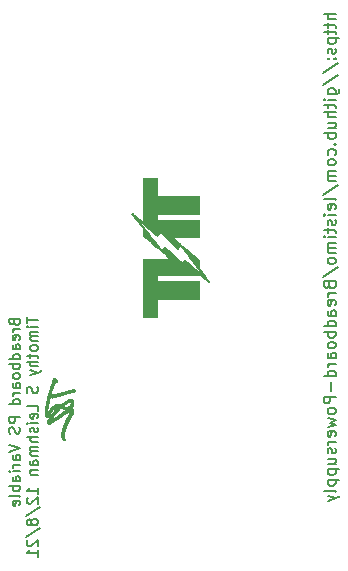
<source format=gbo>
G04 #@! TF.GenerationSoftware,KiCad,Pcbnew,(5.1.4)-1*
G04 #@! TF.CreationDate,2021-12-08T14:09:57-07:00*
G04 #@! TF.ProjectId,BreadBoard PS Variable,42726561-6442-46f6-9172-642050532056,2*
G04 #@! TF.SameCoordinates,Original*
G04 #@! TF.FileFunction,Legend,Bot*
G04 #@! TF.FilePolarity,Positive*
%FSLAX46Y46*%
G04 Gerber Fmt 4.6, Leading zero omitted, Abs format (unit mm)*
G04 Created by KiCad (PCBNEW (5.1.4)-1) date 2021-12-08 14:09:57*
%MOMM*%
%LPD*%
G04 APERTURE LIST*
%ADD10C,0.150000*%
%ADD11C,0.010000*%
G04 APERTURE END LIST*
D10*
X170035480Y-77434471D02*
X169035480Y-77434471D01*
X170035480Y-77863042D02*
X169511671Y-77863042D01*
X169416433Y-77815423D01*
X169368814Y-77720185D01*
X169368814Y-77577328D01*
X169416433Y-77482090D01*
X169464052Y-77434471D01*
X169368814Y-78196376D02*
X169368814Y-78577328D01*
X169035480Y-78339233D02*
X169892623Y-78339233D01*
X169987861Y-78386852D01*
X170035480Y-78482090D01*
X170035480Y-78577328D01*
X169368814Y-78767804D02*
X169368814Y-79148757D01*
X169035480Y-78910661D02*
X169892623Y-78910661D01*
X169987861Y-78958280D01*
X170035480Y-79053519D01*
X170035480Y-79148757D01*
X169368814Y-79482090D02*
X170368814Y-79482090D01*
X169416433Y-79482090D02*
X169368814Y-79577328D01*
X169368814Y-79767804D01*
X169416433Y-79863042D01*
X169464052Y-79910661D01*
X169559290Y-79958280D01*
X169845004Y-79958280D01*
X169940242Y-79910661D01*
X169987861Y-79863042D01*
X170035480Y-79767804D01*
X170035480Y-79577328D01*
X169987861Y-79482090D01*
X169987861Y-80339233D02*
X170035480Y-80434471D01*
X170035480Y-80624947D01*
X169987861Y-80720185D01*
X169892623Y-80767804D01*
X169845004Y-80767804D01*
X169749766Y-80720185D01*
X169702147Y-80624947D01*
X169702147Y-80482090D01*
X169654528Y-80386852D01*
X169559290Y-80339233D01*
X169511671Y-80339233D01*
X169416433Y-80386852D01*
X169368814Y-80482090D01*
X169368814Y-80624947D01*
X169416433Y-80720185D01*
X169940242Y-81196376D02*
X169987861Y-81243995D01*
X170035480Y-81196376D01*
X169987861Y-81148757D01*
X169940242Y-81196376D01*
X170035480Y-81196376D01*
X169416433Y-81196376D02*
X169464052Y-81243995D01*
X169511671Y-81196376D01*
X169464052Y-81148757D01*
X169416433Y-81196376D01*
X169511671Y-81196376D01*
X168987861Y-82386852D02*
X170273576Y-81529709D01*
X168987861Y-83434471D02*
X170273576Y-82577328D01*
X169368814Y-84196376D02*
X170178338Y-84196376D01*
X170273576Y-84148757D01*
X170321195Y-84101138D01*
X170368814Y-84005900D01*
X170368814Y-83863042D01*
X170321195Y-83767804D01*
X169987861Y-84196376D02*
X170035480Y-84101138D01*
X170035480Y-83910661D01*
X169987861Y-83815423D01*
X169940242Y-83767804D01*
X169845004Y-83720185D01*
X169559290Y-83720185D01*
X169464052Y-83767804D01*
X169416433Y-83815423D01*
X169368814Y-83910661D01*
X169368814Y-84101138D01*
X169416433Y-84196376D01*
X170035480Y-84672566D02*
X169368814Y-84672566D01*
X169035480Y-84672566D02*
X169083100Y-84624947D01*
X169130719Y-84672566D01*
X169083100Y-84720185D01*
X169035480Y-84672566D01*
X169130719Y-84672566D01*
X169368814Y-85005900D02*
X169368814Y-85386852D01*
X169035480Y-85148757D02*
X169892623Y-85148757D01*
X169987861Y-85196376D01*
X170035480Y-85291614D01*
X170035480Y-85386852D01*
X170035480Y-85720185D02*
X169035480Y-85720185D01*
X170035480Y-86148757D02*
X169511671Y-86148757D01*
X169416433Y-86101138D01*
X169368814Y-86005900D01*
X169368814Y-85863042D01*
X169416433Y-85767804D01*
X169464052Y-85720185D01*
X169368814Y-87053519D02*
X170035480Y-87053519D01*
X169368814Y-86624947D02*
X169892623Y-86624947D01*
X169987861Y-86672566D01*
X170035480Y-86767804D01*
X170035480Y-86910661D01*
X169987861Y-87005900D01*
X169940242Y-87053519D01*
X170035480Y-87529709D02*
X169035480Y-87529709D01*
X169416433Y-87529709D02*
X169368814Y-87624947D01*
X169368814Y-87815423D01*
X169416433Y-87910661D01*
X169464052Y-87958280D01*
X169559290Y-88005900D01*
X169845004Y-88005900D01*
X169940242Y-87958280D01*
X169987861Y-87910661D01*
X170035480Y-87815423D01*
X170035480Y-87624947D01*
X169987861Y-87529709D01*
X169940242Y-88434471D02*
X169987861Y-88482090D01*
X170035480Y-88434471D01*
X169987861Y-88386852D01*
X169940242Y-88434471D01*
X170035480Y-88434471D01*
X169987861Y-89339233D02*
X170035480Y-89243995D01*
X170035480Y-89053519D01*
X169987861Y-88958280D01*
X169940242Y-88910661D01*
X169845004Y-88863042D01*
X169559290Y-88863042D01*
X169464052Y-88910661D01*
X169416433Y-88958280D01*
X169368814Y-89053519D01*
X169368814Y-89243995D01*
X169416433Y-89339233D01*
X170035480Y-89910661D02*
X169987861Y-89815423D01*
X169940242Y-89767804D01*
X169845004Y-89720185D01*
X169559290Y-89720185D01*
X169464052Y-89767804D01*
X169416433Y-89815423D01*
X169368814Y-89910661D01*
X169368814Y-90053519D01*
X169416433Y-90148757D01*
X169464052Y-90196376D01*
X169559290Y-90243995D01*
X169845004Y-90243995D01*
X169940242Y-90196376D01*
X169987861Y-90148757D01*
X170035480Y-90053519D01*
X170035480Y-89910661D01*
X170035480Y-90672566D02*
X169368814Y-90672566D01*
X169464052Y-90672566D02*
X169416433Y-90720185D01*
X169368814Y-90815423D01*
X169368814Y-90958280D01*
X169416433Y-91053519D01*
X169511671Y-91101138D01*
X170035480Y-91101138D01*
X169511671Y-91101138D02*
X169416433Y-91148757D01*
X169368814Y-91243995D01*
X169368814Y-91386852D01*
X169416433Y-91482090D01*
X169511671Y-91529709D01*
X170035480Y-91529709D01*
X168987861Y-92720185D02*
X170273576Y-91863042D01*
X170035480Y-93196376D02*
X169987861Y-93101138D01*
X169892623Y-93053519D01*
X169035480Y-93053519D01*
X169987861Y-93958280D02*
X170035480Y-93863042D01*
X170035480Y-93672566D01*
X169987861Y-93577328D01*
X169892623Y-93529709D01*
X169511671Y-93529709D01*
X169416433Y-93577328D01*
X169368814Y-93672566D01*
X169368814Y-93863042D01*
X169416433Y-93958280D01*
X169511671Y-94005900D01*
X169606909Y-94005900D01*
X169702147Y-93529709D01*
X170035480Y-94434471D02*
X169368814Y-94434471D01*
X169035480Y-94434471D02*
X169083100Y-94386852D01*
X169130719Y-94434471D01*
X169083100Y-94482090D01*
X169035480Y-94434471D01*
X169130719Y-94434471D01*
X169987861Y-94863042D02*
X170035480Y-94958280D01*
X170035480Y-95148757D01*
X169987861Y-95243995D01*
X169892623Y-95291614D01*
X169845004Y-95291614D01*
X169749766Y-95243995D01*
X169702147Y-95148757D01*
X169702147Y-95005900D01*
X169654528Y-94910661D01*
X169559290Y-94863042D01*
X169511671Y-94863042D01*
X169416433Y-94910661D01*
X169368814Y-95005900D01*
X169368814Y-95148757D01*
X169416433Y-95243995D01*
X169368814Y-95577328D02*
X169368814Y-95958280D01*
X169035480Y-95720185D02*
X169892623Y-95720185D01*
X169987861Y-95767804D01*
X170035480Y-95863042D01*
X170035480Y-95958280D01*
X170035480Y-96291614D02*
X169368814Y-96291614D01*
X169035480Y-96291614D02*
X169083100Y-96243995D01*
X169130719Y-96291614D01*
X169083100Y-96339233D01*
X169035480Y-96291614D01*
X169130719Y-96291614D01*
X170035480Y-96767804D02*
X169368814Y-96767804D01*
X169464052Y-96767804D02*
X169416433Y-96815423D01*
X169368814Y-96910661D01*
X169368814Y-97053519D01*
X169416433Y-97148757D01*
X169511671Y-97196376D01*
X170035480Y-97196376D01*
X169511671Y-97196376D02*
X169416433Y-97243995D01*
X169368814Y-97339233D01*
X169368814Y-97482090D01*
X169416433Y-97577328D01*
X169511671Y-97624947D01*
X170035480Y-97624947D01*
X170035480Y-98243995D02*
X169987861Y-98148757D01*
X169940242Y-98101138D01*
X169845004Y-98053519D01*
X169559290Y-98053519D01*
X169464052Y-98101138D01*
X169416433Y-98148757D01*
X169368814Y-98243995D01*
X169368814Y-98386852D01*
X169416433Y-98482090D01*
X169464052Y-98529709D01*
X169559290Y-98577328D01*
X169845004Y-98577328D01*
X169940242Y-98529709D01*
X169987861Y-98482090D01*
X170035480Y-98386852D01*
X170035480Y-98243995D01*
X168987861Y-99720185D02*
X170273576Y-98863042D01*
X169511671Y-100386852D02*
X169559290Y-100529709D01*
X169606909Y-100577328D01*
X169702147Y-100624947D01*
X169845004Y-100624947D01*
X169940242Y-100577328D01*
X169987861Y-100529709D01*
X170035480Y-100434471D01*
X170035480Y-100053519D01*
X169035480Y-100053519D01*
X169035480Y-100386852D01*
X169083100Y-100482090D01*
X169130719Y-100529709D01*
X169225957Y-100577328D01*
X169321195Y-100577328D01*
X169416433Y-100529709D01*
X169464052Y-100482090D01*
X169511671Y-100386852D01*
X169511671Y-100053519D01*
X170035480Y-101053519D02*
X169368814Y-101053519D01*
X169559290Y-101053519D02*
X169464052Y-101101138D01*
X169416433Y-101148757D01*
X169368814Y-101243995D01*
X169368814Y-101339233D01*
X169987861Y-102053519D02*
X170035480Y-101958280D01*
X170035480Y-101767804D01*
X169987861Y-101672566D01*
X169892623Y-101624947D01*
X169511671Y-101624947D01*
X169416433Y-101672566D01*
X169368814Y-101767804D01*
X169368814Y-101958280D01*
X169416433Y-102053519D01*
X169511671Y-102101138D01*
X169606909Y-102101138D01*
X169702147Y-101624947D01*
X170035480Y-102958280D02*
X169511671Y-102958280D01*
X169416433Y-102910661D01*
X169368814Y-102815423D01*
X169368814Y-102624947D01*
X169416433Y-102529709D01*
X169987861Y-102958280D02*
X170035480Y-102863042D01*
X170035480Y-102624947D01*
X169987861Y-102529709D01*
X169892623Y-102482090D01*
X169797385Y-102482090D01*
X169702147Y-102529709D01*
X169654528Y-102624947D01*
X169654528Y-102863042D01*
X169606909Y-102958280D01*
X170035480Y-103863042D02*
X169035480Y-103863042D01*
X169987861Y-103863042D02*
X170035480Y-103767804D01*
X170035480Y-103577328D01*
X169987861Y-103482090D01*
X169940242Y-103434471D01*
X169845004Y-103386852D01*
X169559290Y-103386852D01*
X169464052Y-103434471D01*
X169416433Y-103482090D01*
X169368814Y-103577328D01*
X169368814Y-103767804D01*
X169416433Y-103863042D01*
X170035480Y-104339233D02*
X169035480Y-104339233D01*
X169416433Y-104339233D02*
X169368814Y-104434471D01*
X169368814Y-104624947D01*
X169416433Y-104720185D01*
X169464052Y-104767804D01*
X169559290Y-104815423D01*
X169845004Y-104815423D01*
X169940242Y-104767804D01*
X169987861Y-104720185D01*
X170035480Y-104624947D01*
X170035480Y-104434471D01*
X169987861Y-104339233D01*
X170035480Y-105386852D02*
X169987861Y-105291614D01*
X169940242Y-105243995D01*
X169845004Y-105196376D01*
X169559290Y-105196376D01*
X169464052Y-105243995D01*
X169416433Y-105291614D01*
X169368814Y-105386852D01*
X169368814Y-105529709D01*
X169416433Y-105624947D01*
X169464052Y-105672566D01*
X169559290Y-105720185D01*
X169845004Y-105720185D01*
X169940242Y-105672566D01*
X169987861Y-105624947D01*
X170035480Y-105529709D01*
X170035480Y-105386852D01*
X170035480Y-106577328D02*
X169511671Y-106577328D01*
X169416433Y-106529709D01*
X169368814Y-106434471D01*
X169368814Y-106243995D01*
X169416433Y-106148757D01*
X169987861Y-106577328D02*
X170035480Y-106482090D01*
X170035480Y-106243995D01*
X169987861Y-106148757D01*
X169892623Y-106101138D01*
X169797385Y-106101138D01*
X169702147Y-106148757D01*
X169654528Y-106243995D01*
X169654528Y-106482090D01*
X169606909Y-106577328D01*
X170035480Y-107053519D02*
X169368814Y-107053519D01*
X169559290Y-107053519D02*
X169464052Y-107101138D01*
X169416433Y-107148757D01*
X169368814Y-107243995D01*
X169368814Y-107339233D01*
X170035480Y-108101138D02*
X169035480Y-108101138D01*
X169987861Y-108101138D02*
X170035480Y-108005900D01*
X170035480Y-107815423D01*
X169987861Y-107720185D01*
X169940242Y-107672566D01*
X169845004Y-107624947D01*
X169559290Y-107624947D01*
X169464052Y-107672566D01*
X169416433Y-107720185D01*
X169368814Y-107815423D01*
X169368814Y-108005900D01*
X169416433Y-108101138D01*
X169654528Y-108577328D02*
X169654528Y-109339233D01*
X170035480Y-109815423D02*
X169035480Y-109815423D01*
X169035480Y-110196376D01*
X169083100Y-110291614D01*
X169130719Y-110339233D01*
X169225957Y-110386852D01*
X169368814Y-110386852D01*
X169464052Y-110339233D01*
X169511671Y-110291614D01*
X169559290Y-110196376D01*
X169559290Y-109815423D01*
X170035480Y-110958280D02*
X169987861Y-110863042D01*
X169940242Y-110815423D01*
X169845004Y-110767804D01*
X169559290Y-110767804D01*
X169464052Y-110815423D01*
X169416433Y-110863042D01*
X169368814Y-110958280D01*
X169368814Y-111101138D01*
X169416433Y-111196376D01*
X169464052Y-111243995D01*
X169559290Y-111291614D01*
X169845004Y-111291614D01*
X169940242Y-111243995D01*
X169987861Y-111196376D01*
X170035480Y-111101138D01*
X170035480Y-110958280D01*
X169368814Y-111624947D02*
X170035480Y-111815423D01*
X169559290Y-112005900D01*
X170035480Y-112196376D01*
X169368814Y-112386852D01*
X169987861Y-113148757D02*
X170035480Y-113053519D01*
X170035480Y-112863042D01*
X169987861Y-112767804D01*
X169892623Y-112720185D01*
X169511671Y-112720185D01*
X169416433Y-112767804D01*
X169368814Y-112863042D01*
X169368814Y-113053519D01*
X169416433Y-113148757D01*
X169511671Y-113196376D01*
X169606909Y-113196376D01*
X169702147Y-112720185D01*
X170035480Y-113624947D02*
X169368814Y-113624947D01*
X169559290Y-113624947D02*
X169464052Y-113672566D01*
X169416433Y-113720185D01*
X169368814Y-113815423D01*
X169368814Y-113910661D01*
X169987861Y-114196376D02*
X170035480Y-114291614D01*
X170035480Y-114482090D01*
X169987861Y-114577328D01*
X169892623Y-114624947D01*
X169845004Y-114624947D01*
X169749766Y-114577328D01*
X169702147Y-114482090D01*
X169702147Y-114339233D01*
X169654528Y-114243995D01*
X169559290Y-114196376D01*
X169511671Y-114196376D01*
X169416433Y-114243995D01*
X169368814Y-114339233D01*
X169368814Y-114482090D01*
X169416433Y-114577328D01*
X169368814Y-115482090D02*
X170035480Y-115482090D01*
X169368814Y-115053519D02*
X169892623Y-115053519D01*
X169987861Y-115101138D01*
X170035480Y-115196376D01*
X170035480Y-115339233D01*
X169987861Y-115434471D01*
X169940242Y-115482090D01*
X169368814Y-115958280D02*
X170368814Y-115958280D01*
X169416433Y-115958280D02*
X169368814Y-116053519D01*
X169368814Y-116243995D01*
X169416433Y-116339233D01*
X169464052Y-116386852D01*
X169559290Y-116434471D01*
X169845004Y-116434471D01*
X169940242Y-116386852D01*
X169987861Y-116339233D01*
X170035480Y-116243995D01*
X170035480Y-116053519D01*
X169987861Y-115958280D01*
X169368814Y-116863042D02*
X170368814Y-116863042D01*
X169416433Y-116863042D02*
X169368814Y-116958280D01*
X169368814Y-117148757D01*
X169416433Y-117243995D01*
X169464052Y-117291614D01*
X169559290Y-117339233D01*
X169845004Y-117339233D01*
X169940242Y-117291614D01*
X169987861Y-117243995D01*
X170035480Y-117148757D01*
X170035480Y-116958280D01*
X169987861Y-116863042D01*
X170035480Y-117910661D02*
X169987861Y-117815423D01*
X169892623Y-117767804D01*
X169035480Y-117767804D01*
X169368814Y-118196376D02*
X170035480Y-118434471D01*
X169368814Y-118672566D02*
X170035480Y-118434471D01*
X170273576Y-118339233D01*
X170321195Y-118291614D01*
X170368814Y-118196376D01*
X142835414Y-103507185D02*
X142878271Y-103635757D01*
X142921128Y-103678614D01*
X143006842Y-103721471D01*
X143135414Y-103721471D01*
X143221128Y-103678614D01*
X143263985Y-103635757D01*
X143306842Y-103550042D01*
X143306842Y-103207185D01*
X142406842Y-103207185D01*
X142406842Y-103507185D01*
X142449700Y-103592900D01*
X142492557Y-103635757D01*
X142578271Y-103678614D01*
X142663985Y-103678614D01*
X142749700Y-103635757D01*
X142792557Y-103592900D01*
X142835414Y-103507185D01*
X142835414Y-103207185D01*
X143306842Y-104107185D02*
X142706842Y-104107185D01*
X142878271Y-104107185D02*
X142792557Y-104150042D01*
X142749700Y-104192900D01*
X142706842Y-104278614D01*
X142706842Y-104364328D01*
X143263985Y-105007185D02*
X143306842Y-104921471D01*
X143306842Y-104750042D01*
X143263985Y-104664328D01*
X143178271Y-104621471D01*
X142835414Y-104621471D01*
X142749700Y-104664328D01*
X142706842Y-104750042D01*
X142706842Y-104921471D01*
X142749700Y-105007185D01*
X142835414Y-105050042D01*
X142921128Y-105050042D01*
X143006842Y-104621471D01*
X143306842Y-105821471D02*
X142835414Y-105821471D01*
X142749700Y-105778614D01*
X142706842Y-105692900D01*
X142706842Y-105521471D01*
X142749700Y-105435757D01*
X143263985Y-105821471D02*
X143306842Y-105735757D01*
X143306842Y-105521471D01*
X143263985Y-105435757D01*
X143178271Y-105392900D01*
X143092557Y-105392900D01*
X143006842Y-105435757D01*
X142963985Y-105521471D01*
X142963985Y-105735757D01*
X142921128Y-105821471D01*
X143306842Y-106635757D02*
X142406842Y-106635757D01*
X143263985Y-106635757D02*
X143306842Y-106550042D01*
X143306842Y-106378614D01*
X143263985Y-106292900D01*
X143221128Y-106250042D01*
X143135414Y-106207185D01*
X142878271Y-106207185D01*
X142792557Y-106250042D01*
X142749700Y-106292900D01*
X142706842Y-106378614D01*
X142706842Y-106550042D01*
X142749700Y-106635757D01*
X143306842Y-107064328D02*
X142406842Y-107064328D01*
X142749700Y-107064328D02*
X142706842Y-107150042D01*
X142706842Y-107321471D01*
X142749700Y-107407185D01*
X142792557Y-107450042D01*
X142878271Y-107492900D01*
X143135414Y-107492900D01*
X143221128Y-107450042D01*
X143263985Y-107407185D01*
X143306842Y-107321471D01*
X143306842Y-107150042D01*
X143263985Y-107064328D01*
X143306842Y-108007185D02*
X143263985Y-107921471D01*
X143221128Y-107878614D01*
X143135414Y-107835757D01*
X142878271Y-107835757D01*
X142792557Y-107878614D01*
X142749700Y-107921471D01*
X142706842Y-108007185D01*
X142706842Y-108135757D01*
X142749700Y-108221471D01*
X142792557Y-108264328D01*
X142878271Y-108307185D01*
X143135414Y-108307185D01*
X143221128Y-108264328D01*
X143263985Y-108221471D01*
X143306842Y-108135757D01*
X143306842Y-108007185D01*
X143306842Y-109078614D02*
X142835414Y-109078614D01*
X142749700Y-109035757D01*
X142706842Y-108950042D01*
X142706842Y-108778614D01*
X142749700Y-108692900D01*
X143263985Y-109078614D02*
X143306842Y-108992900D01*
X143306842Y-108778614D01*
X143263985Y-108692900D01*
X143178271Y-108650042D01*
X143092557Y-108650042D01*
X143006842Y-108692900D01*
X142963985Y-108778614D01*
X142963985Y-108992900D01*
X142921128Y-109078614D01*
X143306842Y-109507185D02*
X142706842Y-109507185D01*
X142878271Y-109507185D02*
X142792557Y-109550042D01*
X142749700Y-109592900D01*
X142706842Y-109678614D01*
X142706842Y-109764328D01*
X143306842Y-110450042D02*
X142406842Y-110450042D01*
X143263985Y-110450042D02*
X143306842Y-110364328D01*
X143306842Y-110192900D01*
X143263985Y-110107185D01*
X143221128Y-110064328D01*
X143135414Y-110021471D01*
X142878271Y-110021471D01*
X142792557Y-110064328D01*
X142749700Y-110107185D01*
X142706842Y-110192900D01*
X142706842Y-110364328D01*
X142749700Y-110450042D01*
X143306842Y-111564328D02*
X142406842Y-111564328D01*
X142406842Y-111907185D01*
X142449700Y-111992899D01*
X142492557Y-112035757D01*
X142578271Y-112078614D01*
X142706842Y-112078614D01*
X142792557Y-112035757D01*
X142835414Y-111992899D01*
X142878271Y-111907185D01*
X142878271Y-111564328D01*
X143263985Y-112421471D02*
X143306842Y-112550042D01*
X143306842Y-112764328D01*
X143263985Y-112850042D01*
X143221128Y-112892899D01*
X143135414Y-112935757D01*
X143049700Y-112935757D01*
X142963985Y-112892899D01*
X142921128Y-112850042D01*
X142878271Y-112764328D01*
X142835414Y-112592899D01*
X142792557Y-112507185D01*
X142749700Y-112464328D01*
X142663985Y-112421471D01*
X142578271Y-112421471D01*
X142492557Y-112464328D01*
X142449700Y-112507185D01*
X142406842Y-112592899D01*
X142406842Y-112807185D01*
X142449700Y-112935757D01*
X142406842Y-113878614D02*
X143306842Y-114178614D01*
X142406842Y-114478614D01*
X143306842Y-115164328D02*
X142835414Y-115164328D01*
X142749700Y-115121471D01*
X142706842Y-115035757D01*
X142706842Y-114864328D01*
X142749700Y-114778614D01*
X143263985Y-115164328D02*
X143306842Y-115078614D01*
X143306842Y-114864328D01*
X143263985Y-114778614D01*
X143178271Y-114735757D01*
X143092557Y-114735757D01*
X143006842Y-114778614D01*
X142963985Y-114864328D01*
X142963985Y-115078614D01*
X142921128Y-115164328D01*
X143306842Y-115592899D02*
X142706842Y-115592899D01*
X142878271Y-115592899D02*
X142792557Y-115635757D01*
X142749700Y-115678614D01*
X142706842Y-115764328D01*
X142706842Y-115850042D01*
X143306842Y-116150042D02*
X142706842Y-116150042D01*
X142406842Y-116150042D02*
X142449700Y-116107185D01*
X142492557Y-116150042D01*
X142449700Y-116192899D01*
X142406842Y-116150042D01*
X142492557Y-116150042D01*
X143306842Y-116964328D02*
X142835414Y-116964328D01*
X142749700Y-116921471D01*
X142706842Y-116835757D01*
X142706842Y-116664328D01*
X142749700Y-116578614D01*
X143263985Y-116964328D02*
X143306842Y-116878614D01*
X143306842Y-116664328D01*
X143263985Y-116578614D01*
X143178271Y-116535757D01*
X143092557Y-116535757D01*
X143006842Y-116578614D01*
X142963985Y-116664328D01*
X142963985Y-116878614D01*
X142921128Y-116964328D01*
X143306842Y-117392899D02*
X142406842Y-117392899D01*
X142749700Y-117392899D02*
X142706842Y-117478614D01*
X142706842Y-117650042D01*
X142749700Y-117735757D01*
X142792557Y-117778614D01*
X142878271Y-117821471D01*
X143135414Y-117821471D01*
X143221128Y-117778614D01*
X143263985Y-117735757D01*
X143306842Y-117650042D01*
X143306842Y-117478614D01*
X143263985Y-117392899D01*
X143306842Y-118335757D02*
X143263985Y-118250042D01*
X143178271Y-118207185D01*
X142406842Y-118207185D01*
X143263985Y-119021471D02*
X143306842Y-118935757D01*
X143306842Y-118764328D01*
X143263985Y-118678614D01*
X143178271Y-118635757D01*
X142835414Y-118635757D01*
X142749700Y-118678614D01*
X142706842Y-118764328D01*
X142706842Y-118935757D01*
X142749700Y-119021471D01*
X142835414Y-119064328D01*
X142921128Y-119064328D01*
X143006842Y-118635757D01*
X143906842Y-103078614D02*
X143906842Y-103592900D01*
X144806842Y-103335757D02*
X143906842Y-103335757D01*
X144806842Y-103892900D02*
X144206842Y-103892900D01*
X143906842Y-103892900D02*
X143949700Y-103850042D01*
X143992557Y-103892900D01*
X143949700Y-103935757D01*
X143906842Y-103892900D01*
X143992557Y-103892900D01*
X144806842Y-104321471D02*
X144206842Y-104321471D01*
X144292557Y-104321471D02*
X144249700Y-104364328D01*
X144206842Y-104450042D01*
X144206842Y-104578614D01*
X144249700Y-104664328D01*
X144335414Y-104707185D01*
X144806842Y-104707185D01*
X144335414Y-104707185D02*
X144249700Y-104750042D01*
X144206842Y-104835757D01*
X144206842Y-104964328D01*
X144249700Y-105050042D01*
X144335414Y-105092900D01*
X144806842Y-105092900D01*
X144806842Y-105650042D02*
X144763985Y-105564328D01*
X144721128Y-105521471D01*
X144635414Y-105478614D01*
X144378271Y-105478614D01*
X144292557Y-105521471D01*
X144249700Y-105564328D01*
X144206842Y-105650042D01*
X144206842Y-105778614D01*
X144249700Y-105864328D01*
X144292557Y-105907185D01*
X144378271Y-105950042D01*
X144635414Y-105950042D01*
X144721128Y-105907185D01*
X144763985Y-105864328D01*
X144806842Y-105778614D01*
X144806842Y-105650042D01*
X144206842Y-106207185D02*
X144206842Y-106550042D01*
X143906842Y-106335757D02*
X144678271Y-106335757D01*
X144763985Y-106378614D01*
X144806842Y-106464328D01*
X144806842Y-106550042D01*
X144806842Y-106850042D02*
X143906842Y-106850042D01*
X144806842Y-107235757D02*
X144335414Y-107235757D01*
X144249700Y-107192900D01*
X144206842Y-107107185D01*
X144206842Y-106978614D01*
X144249700Y-106892900D01*
X144292557Y-106850042D01*
X144206842Y-107578614D02*
X144806842Y-107792900D01*
X144206842Y-108007185D02*
X144806842Y-107792900D01*
X145021128Y-107707185D01*
X145063985Y-107664328D01*
X145106842Y-107578614D01*
X144763985Y-108992900D02*
X144806842Y-109121471D01*
X144806842Y-109335757D01*
X144763985Y-109421471D01*
X144721128Y-109464328D01*
X144635414Y-109507185D01*
X144549700Y-109507185D01*
X144463985Y-109464328D01*
X144421128Y-109421471D01*
X144378271Y-109335757D01*
X144335414Y-109164328D01*
X144292557Y-109078614D01*
X144249700Y-109035757D01*
X144163985Y-108992900D01*
X144078271Y-108992900D01*
X143992557Y-109035757D01*
X143949700Y-109078614D01*
X143906842Y-109164328D01*
X143906842Y-109378614D01*
X143949700Y-109507185D01*
X144806842Y-111007185D02*
X144806842Y-110578614D01*
X143906842Y-110578614D01*
X144763985Y-111650042D02*
X144806842Y-111564328D01*
X144806842Y-111392900D01*
X144763985Y-111307185D01*
X144678271Y-111264328D01*
X144335414Y-111264328D01*
X144249700Y-111307185D01*
X144206842Y-111392900D01*
X144206842Y-111564328D01*
X144249700Y-111650042D01*
X144335414Y-111692900D01*
X144421128Y-111692900D01*
X144506842Y-111264328D01*
X144806842Y-112078614D02*
X144206842Y-112078614D01*
X143906842Y-112078614D02*
X143949700Y-112035757D01*
X143992557Y-112078614D01*
X143949700Y-112121471D01*
X143906842Y-112078614D01*
X143992557Y-112078614D01*
X144763985Y-112464328D02*
X144806842Y-112550042D01*
X144806842Y-112721471D01*
X144763985Y-112807185D01*
X144678271Y-112850042D01*
X144635414Y-112850042D01*
X144549700Y-112807185D01*
X144506842Y-112721471D01*
X144506842Y-112592900D01*
X144463985Y-112507185D01*
X144378271Y-112464328D01*
X144335414Y-112464328D01*
X144249700Y-112507185D01*
X144206842Y-112592900D01*
X144206842Y-112721471D01*
X144249700Y-112807185D01*
X144806842Y-113235757D02*
X143906842Y-113235757D01*
X144806842Y-113621471D02*
X144335414Y-113621471D01*
X144249700Y-113578614D01*
X144206842Y-113492900D01*
X144206842Y-113364328D01*
X144249700Y-113278614D01*
X144292557Y-113235757D01*
X144806842Y-114050042D02*
X144206842Y-114050042D01*
X144292557Y-114050042D02*
X144249700Y-114092900D01*
X144206842Y-114178614D01*
X144206842Y-114307185D01*
X144249700Y-114392900D01*
X144335414Y-114435757D01*
X144806842Y-114435757D01*
X144335414Y-114435757D02*
X144249700Y-114478614D01*
X144206842Y-114564328D01*
X144206842Y-114692900D01*
X144249700Y-114778614D01*
X144335414Y-114821471D01*
X144806842Y-114821471D01*
X144806842Y-115635757D02*
X144335414Y-115635757D01*
X144249700Y-115592900D01*
X144206842Y-115507185D01*
X144206842Y-115335757D01*
X144249700Y-115250042D01*
X144763985Y-115635757D02*
X144806842Y-115550042D01*
X144806842Y-115335757D01*
X144763985Y-115250042D01*
X144678271Y-115207185D01*
X144592557Y-115207185D01*
X144506842Y-115250042D01*
X144463985Y-115335757D01*
X144463985Y-115550042D01*
X144421128Y-115635757D01*
X144206842Y-116064328D02*
X144806842Y-116064328D01*
X144292557Y-116064328D02*
X144249700Y-116107185D01*
X144206842Y-116192900D01*
X144206842Y-116321471D01*
X144249700Y-116407185D01*
X144335414Y-116450042D01*
X144806842Y-116450042D01*
X144806842Y-118035757D02*
X144806842Y-117521471D01*
X144806842Y-117778614D02*
X143906842Y-117778614D01*
X144035414Y-117692900D01*
X144121128Y-117607185D01*
X144163985Y-117521471D01*
X143992557Y-118378614D02*
X143949700Y-118421471D01*
X143906842Y-118507185D01*
X143906842Y-118721471D01*
X143949700Y-118807185D01*
X143992557Y-118850042D01*
X144078271Y-118892900D01*
X144163985Y-118892900D01*
X144292557Y-118850042D01*
X144806842Y-118335757D01*
X144806842Y-118892900D01*
X143863985Y-119921471D02*
X145021128Y-119150042D01*
X144292557Y-120350042D02*
X144249700Y-120264328D01*
X144206842Y-120221471D01*
X144121128Y-120178614D01*
X144078271Y-120178614D01*
X143992557Y-120221471D01*
X143949700Y-120264328D01*
X143906842Y-120350042D01*
X143906842Y-120521471D01*
X143949700Y-120607185D01*
X143992557Y-120650042D01*
X144078271Y-120692900D01*
X144121128Y-120692900D01*
X144206842Y-120650042D01*
X144249700Y-120607185D01*
X144292557Y-120521471D01*
X144292557Y-120350042D01*
X144335414Y-120264328D01*
X144378271Y-120221471D01*
X144463985Y-120178614D01*
X144635414Y-120178614D01*
X144721128Y-120221471D01*
X144763985Y-120264328D01*
X144806842Y-120350042D01*
X144806842Y-120521471D01*
X144763985Y-120607185D01*
X144721128Y-120650042D01*
X144635414Y-120692900D01*
X144463985Y-120692900D01*
X144378271Y-120650042D01*
X144335414Y-120607185D01*
X144292557Y-120521471D01*
X143863985Y-121721471D02*
X145021128Y-120950042D01*
X143992557Y-121978614D02*
X143949700Y-122021471D01*
X143906842Y-122107185D01*
X143906842Y-122321471D01*
X143949700Y-122407185D01*
X143992557Y-122450042D01*
X144078271Y-122492900D01*
X144163985Y-122492900D01*
X144292557Y-122450042D01*
X144806842Y-121935757D01*
X144806842Y-122492900D01*
X144806842Y-123350042D02*
X144806842Y-122835757D01*
X144806842Y-123092900D02*
X143906842Y-123092900D01*
X144035414Y-123007185D01*
X144121128Y-122921471D01*
X144163985Y-122835757D01*
D11*
G36*
X145448155Y-111221939D02*
G01*
X145453237Y-111298031D01*
X145460884Y-111362772D01*
X145470965Y-111412431D01*
X145475303Y-111426282D01*
X145484280Y-111449312D01*
X145494379Y-111468465D01*
X145508949Y-111488330D01*
X145531342Y-111513496D01*
X145563553Y-111547157D01*
X145595164Y-111571998D01*
X145622830Y-111578650D01*
X145644573Y-111567223D01*
X145657291Y-111542099D01*
X145661110Y-111520465D01*
X145657051Y-111500349D01*
X145643074Y-111474460D01*
X145634754Y-111461617D01*
X145611628Y-111421424D01*
X145603709Y-111393791D01*
X145611037Y-111379023D01*
X145623280Y-111376460D01*
X145639799Y-111380069D01*
X145643600Y-111385065D01*
X145649656Y-111398261D01*
X145663143Y-111416205D01*
X145683383Y-111432051D01*
X145710694Y-111436132D01*
X145721281Y-111435539D01*
X145744297Y-111432372D01*
X145757636Y-111424195D01*
X145766473Y-111405637D01*
X145773294Y-111381540D01*
X145783238Y-111349043D01*
X145796722Y-111311419D01*
X145811415Y-111274469D01*
X145824985Y-111243996D01*
X145835099Y-111225802D01*
X145836591Y-111224060D01*
X145845329Y-111213498D01*
X145861460Y-111192562D01*
X145870461Y-111180583D01*
X145892058Y-111153187D01*
X145912071Y-111130291D01*
X145917608Y-111124703D01*
X145931539Y-111109149D01*
X145953748Y-111081727D01*
X145980583Y-111047018D01*
X145996391Y-111025940D01*
X146052809Y-110958176D01*
X146121804Y-110888317D01*
X146197399Y-110821728D01*
X146273614Y-110763779D01*
X146325552Y-110730397D01*
X146348609Y-110714430D01*
X146363594Y-110702055D01*
X146385282Y-110688189D01*
X146418753Y-110672531D01*
X146456262Y-110658110D01*
X146490063Y-110647956D01*
X146509596Y-110644940D01*
X146525432Y-110651535D01*
X146528185Y-110668521D01*
X146518910Y-110691694D01*
X146498666Y-110716852D01*
X146489420Y-110725155D01*
X146400295Y-110803043D01*
X146314591Y-110887064D01*
X146242260Y-110964980D01*
X146205432Y-111006001D01*
X146170685Y-111044561D01*
X146141715Y-111076564D01*
X146122219Y-111097919D01*
X146120934Y-111099311D01*
X146102282Y-111122208D01*
X146091557Y-111140686D01*
X146090549Y-111145031D01*
X146084363Y-111158731D01*
X146068136Y-111182795D01*
X146045217Y-111212306D01*
X146042289Y-111215845D01*
X146009682Y-111256023D01*
X145973974Y-111301575D01*
X145948400Y-111335290D01*
X145924845Y-111366901D01*
X145905164Y-111393071D01*
X145893232Y-111408650D01*
X145892520Y-111409544D01*
X145878024Y-111429295D01*
X145854930Y-111462784D01*
X145825287Y-111506860D01*
X145791147Y-111558371D01*
X145754560Y-111614164D01*
X145717577Y-111671088D01*
X145682249Y-111725990D01*
X145650625Y-111775718D01*
X145624758Y-111817120D01*
X145606697Y-111847043D01*
X145599722Y-111859621D01*
X145577908Y-111907278D01*
X145567520Y-111943696D01*
X145568713Y-111974541D01*
X145581644Y-112005483D01*
X145604670Y-112039763D01*
X145635599Y-112076843D01*
X145662028Y-112098838D01*
X145673759Y-112103689D01*
X145702045Y-112110040D01*
X145734174Y-112118139D01*
X145734430Y-112118207D01*
X145761706Y-112122358D01*
X145779536Y-112119170D01*
X145780150Y-112118711D01*
X145793242Y-112110598D01*
X145820168Y-112095639D01*
X145856635Y-112076176D01*
X145887440Y-112060148D01*
X145956829Y-112023650D01*
X146011058Y-111993456D01*
X146048875Y-111970282D01*
X146065240Y-111958346D01*
X146080966Y-111948927D01*
X146106148Y-111937145D01*
X146109986Y-111935542D01*
X146134597Y-111923190D01*
X146168299Y-111903463D01*
X146205805Y-111879806D01*
X146241824Y-111855664D01*
X146271067Y-111834482D01*
X146288245Y-111819704D01*
X146288760Y-111819117D01*
X146302495Y-111807911D01*
X146328014Y-111790782D01*
X146354800Y-111774412D01*
X146395148Y-111749515D01*
X146439659Y-111720204D01*
X146466560Y-111701474D01*
X146504029Y-111675144D01*
X146542822Y-111648850D01*
X146566897Y-111633169D01*
X146600408Y-111611486D01*
X146632692Y-111589827D01*
X146643097Y-111582591D01*
X146671687Y-111563964D01*
X146707048Y-111543000D01*
X146721975Y-111534729D01*
X146751740Y-111517606D01*
X146775279Y-111502148D01*
X146782935Y-111495993D01*
X146797258Y-111484820D01*
X146824126Y-111465997D01*
X146858904Y-111442725D01*
X146878040Y-111430275D01*
X146918375Y-111403570D01*
X146956304Y-111377223D01*
X146985640Y-111355574D01*
X146993538Y-111349241D01*
X147073499Y-111293113D01*
X147149820Y-111253635D01*
X147177024Y-111239857D01*
X147194526Y-111228260D01*
X147198080Y-111223596D01*
X147206720Y-111215453D01*
X147228058Y-111205682D01*
X147233640Y-111203740D01*
X147256829Y-111193805D01*
X147268767Y-111184232D01*
X147269200Y-111182632D01*
X147277440Y-111174313D01*
X147284440Y-111173260D01*
X147297976Y-111168955D01*
X147299680Y-111165318D01*
X147308502Y-111158037D01*
X147330893Y-111148571D01*
X147345400Y-111143876D01*
X147372331Y-111134178D01*
X147388758Y-111124896D01*
X147391120Y-111121338D01*
X147399365Y-111113314D01*
X147406360Y-111112300D01*
X147419880Y-111106813D01*
X147421600Y-111102140D01*
X147430109Y-111093885D01*
X147441920Y-111091980D01*
X147458429Y-111087725D01*
X147462240Y-111081820D01*
X147470711Y-111073449D01*
X147481713Y-111071660D01*
X147499597Y-111066779D01*
X147504791Y-111060844D01*
X147516205Y-111052945D01*
X147540534Y-111046045D01*
X147551358Y-111044266D01*
X147578246Y-111041537D01*
X147590656Y-111044815D01*
X147594161Y-111056824D01*
X147594320Y-111065242D01*
X147591001Y-111084966D01*
X147584160Y-111091980D01*
X147575905Y-111100489D01*
X147574000Y-111112300D01*
X147570800Y-111128833D01*
X147566380Y-111132638D01*
X147555875Y-111141187D01*
X147539626Y-111163882D01*
X147520241Y-111196344D01*
X147500324Y-111234195D01*
X147482482Y-111273056D01*
X147481727Y-111274860D01*
X147466205Y-111309383D01*
X147450893Y-111339043D01*
X147442574Y-111352424D01*
X147423739Y-111378902D01*
X147411440Y-111396849D01*
X147395804Y-111418497D01*
X147385415Y-111431044D01*
X147374102Y-111447823D01*
X147361104Y-111473215D01*
X147360075Y-111475520D01*
X147348493Y-111497394D01*
X147338933Y-111508272D01*
X147337839Y-111508540D01*
X147331017Y-111516803D01*
X147330160Y-111523780D01*
X147325526Y-111537312D01*
X147321602Y-111539020D01*
X147313695Y-111547584D01*
X147299967Y-111570437D01*
X147282887Y-111603317D01*
X147275935Y-111617760D01*
X147255160Y-111660292D01*
X147233932Y-111701237D01*
X147216284Y-111732859D01*
X147213690Y-111737140D01*
X147198311Y-111766659D01*
X147189239Y-111793044D01*
X147188237Y-111800640D01*
X147184769Y-111818498D01*
X147179390Y-111823500D01*
X147168980Y-111832122D01*
X147157830Y-111852761D01*
X147149512Y-111877576D01*
X147147280Y-111894011D01*
X147140040Y-111912732D01*
X147132040Y-111918614D01*
X147120654Y-111932449D01*
X147116800Y-111954174D01*
X147112513Y-111977192D01*
X147102842Y-111989241D01*
X147091865Y-112001988D01*
X147083033Y-112026344D01*
X147082062Y-112030968D01*
X147075783Y-112054715D01*
X147068993Y-112066909D01*
X147067767Y-112067340D01*
X147063173Y-112069850D01*
X147057235Y-112078913D01*
X147049029Y-112096820D01*
X147037632Y-112125868D01*
X147022120Y-112168350D01*
X147001569Y-112226560D01*
X146988013Y-112265452D01*
X146969515Y-112317599D01*
X146951630Y-112366116D01*
X146936224Y-112406069D01*
X146925158Y-112432525D01*
X146923877Y-112435256D01*
X146910659Y-112468324D01*
X146898132Y-112508707D01*
X146893654Y-112526704D01*
X146885092Y-112561216D01*
X146876458Y-112590095D01*
X146872423Y-112600740D01*
X146863022Y-112630289D01*
X146853302Y-112676598D01*
X146843725Y-112736123D01*
X146834752Y-112805318D01*
X146826844Y-112880639D01*
X146820462Y-112958541D01*
X146816187Y-113032764D01*
X146814058Y-113096971D01*
X146814245Y-113142094D01*
X146816787Y-113169240D01*
X146821169Y-113179247D01*
X146828973Y-113193333D01*
X146832372Y-113217794D01*
X146832376Y-113218559D01*
X146835616Y-113250163D01*
X146844113Y-113288725D01*
X146856173Y-113329403D01*
X146870101Y-113367361D01*
X146884203Y-113397759D01*
X146896784Y-113415758D01*
X146902430Y-113418620D01*
X146914577Y-113424849D01*
X146929799Y-113437282D01*
X146952615Y-113449457D01*
X146987969Y-113459104D01*
X147028120Y-113464933D01*
X147065325Y-113465657D01*
X147083780Y-113462907D01*
X147098119Y-113456073D01*
X147104860Y-113441556D01*
X147106633Y-113413321D01*
X147106640Y-113410482D01*
X147100340Y-113364205D01*
X147083883Y-113317898D01*
X147083780Y-113317687D01*
X147075883Y-113300496D01*
X147070071Y-113283381D01*
X147066048Y-113263016D01*
X147063519Y-113236076D01*
X147062188Y-113199235D01*
X147061761Y-113149169D01*
X147061941Y-113082551D01*
X147061995Y-113072288D01*
X147062957Y-112992014D01*
X147064997Y-112929164D01*
X147068309Y-112880863D01*
X147073083Y-112844235D01*
X147078957Y-112818288D01*
X147094341Y-112762043D01*
X147109620Y-112701069D01*
X147122935Y-112643132D01*
X147132427Y-112595997D01*
X147133178Y-112591688D01*
X147140888Y-112558085D01*
X147152709Y-112518183D01*
X147158839Y-112500391D01*
X147169583Y-112467803D01*
X147176439Y-112440879D01*
X147177760Y-112430703D01*
X147182517Y-112415542D01*
X147187920Y-112412780D01*
X147195557Y-112404085D01*
X147198080Y-112387380D01*
X147201557Y-112368286D01*
X147208240Y-112361980D01*
X147218027Y-112354183D01*
X147218400Y-112351329D01*
X147222536Y-112336344D01*
X147232974Y-112310948D01*
X147238720Y-112298620D01*
X147251119Y-112269392D01*
X147258312Y-112245539D01*
X147259040Y-112239521D01*
X147265011Y-112219478D01*
X147277962Y-112198250D01*
X147294745Y-112171271D01*
X147304257Y-112148620D01*
X147312458Y-112126155D01*
X147326395Y-112093196D01*
X147340538Y-112062260D01*
X147357257Y-112025850D01*
X147378371Y-111978236D01*
X147400538Y-111927001D01*
X147412107Y-111899700D01*
X147431433Y-111855093D01*
X147449810Y-111815160D01*
X147464774Y-111785129D01*
X147471965Y-111772700D01*
X147483358Y-111754311D01*
X147502054Y-111722434D01*
X147525560Y-111681380D01*
X147551385Y-111635462D01*
X147554171Y-111630460D01*
X147583864Y-111578198D01*
X147615381Y-111524554D01*
X147644771Y-111476158D01*
X147666251Y-111442396D01*
X147689077Y-111406482D01*
X147707810Y-111374479D01*
X147719178Y-111352051D01*
X147720546Y-111348416D01*
X147729673Y-111330750D01*
X147737244Y-111325660D01*
X147745766Y-111317472D01*
X147746720Y-111311145D01*
X147753287Y-111291661D01*
X147759599Y-111283205D01*
X147775883Y-111258865D01*
X147794090Y-111220207D01*
X147812296Y-111172868D01*
X147828581Y-111122484D01*
X147841022Y-111074689D01*
X147847695Y-111035121D01*
X147848320Y-111023122D01*
X147838735Y-110962369D01*
X147812187Y-110904605D01*
X147771981Y-110854228D01*
X147721426Y-110815635D01*
X147678140Y-110796896D01*
X147649145Y-110784689D01*
X147636649Y-110768983D01*
X147640803Y-110747731D01*
X147661762Y-110718886D01*
X147685821Y-110693759D01*
X147713246Y-110665503D01*
X147734551Y-110639417D01*
X147752786Y-110610494D01*
X147771000Y-110573730D01*
X147792243Y-110524121D01*
X147798517Y-110508799D01*
X147818625Y-110444963D01*
X147831799Y-110372922D01*
X147837310Y-110300022D01*
X147834432Y-110233612D01*
X147828888Y-110202007D01*
X147812523Y-110157203D01*
X147786297Y-110109684D01*
X147754529Y-110065806D01*
X147721537Y-110031923D01*
X147705528Y-110020479D01*
X147682717Y-110009953D01*
X147655205Y-110003965D01*
X147617113Y-110001594D01*
X147584602Y-110001547D01*
X147549074Y-110002449D01*
X147544577Y-110002830D01*
X147544577Y-110234195D01*
X147588529Y-110235552D01*
X147617180Y-110245414D01*
X147623958Y-110260616D01*
X147622320Y-110291192D01*
X147612479Y-110334117D01*
X147610468Y-110340912D01*
X147576347Y-110427990D01*
X147530267Y-110507415D01*
X147475549Y-110573641D01*
X147464772Y-110583980D01*
X147403923Y-110636997D01*
X147351950Y-110674948D01*
X147305944Y-110699323D01*
X147262998Y-110711608D01*
X147220203Y-110713294D01*
X147213320Y-110712694D01*
X147177971Y-110706195D01*
X147138840Y-110694690D01*
X147102051Y-110680502D01*
X147073730Y-110665956D01*
X147060741Y-110654810D01*
X147046402Y-110646137D01*
X147037460Y-110644927D01*
X147015204Y-110637383D01*
X146990970Y-110619090D01*
X146971723Y-110596517D01*
X146964400Y-110577059D01*
X146973614Y-110557709D01*
X146997420Y-110540036D01*
X147021990Y-110524687D01*
X147054702Y-110500987D01*
X147088485Y-110474059D01*
X147088576Y-110473982D01*
X147121398Y-110447686D01*
X147152201Y-110425149D01*
X147174467Y-110411133D01*
X147174936Y-110410893D01*
X147199614Y-110397420D01*
X147232502Y-110378230D01*
X147253960Y-110365194D01*
X147338205Y-110316339D01*
X147418680Y-110275954D01*
X147490155Y-110246639D01*
X147496919Y-110244311D01*
X147544577Y-110234195D01*
X147544577Y-110002830D01*
X147518585Y-110005036D01*
X147489629Y-110010495D01*
X147458702Y-110020013D01*
X147422296Y-110034778D01*
X147376907Y-110055978D01*
X147319027Y-110084799D01*
X147279533Y-110104873D01*
X147208957Y-110141735D01*
X147152460Y-110173575D01*
X147105444Y-110203372D01*
X147063308Y-110234106D01*
X147021455Y-110268756D01*
X147007146Y-110281359D01*
X146967876Y-110313741D01*
X146922645Y-110347306D01*
X146892224Y-110367728D01*
X146854818Y-110392007D01*
X146818606Y-110416751D01*
X146794741Y-110434120D01*
X146785482Y-110440077D01*
X146785482Y-110746540D01*
X146813517Y-110751716D01*
X146847347Y-110768573D01*
X146881618Y-110791956D01*
X146973078Y-110852964D01*
X147058113Y-110896367D01*
X147109180Y-110915104D01*
X147147268Y-110929976D01*
X147165319Y-110945550D01*
X147163614Y-110962877D01*
X147142432Y-110983012D01*
X147129500Y-110991517D01*
X147097589Y-111009963D01*
X147066812Y-111025932D01*
X147061222Y-111028531D01*
X147034759Y-111042404D01*
X147015502Y-111055553D01*
X146997928Y-111068020D01*
X146970001Y-111085152D01*
X146951360Y-111095731D01*
X146921253Y-111113781D01*
X146881503Y-111139658D01*
X146838722Y-111168998D01*
X146819280Y-111182866D01*
X146770516Y-111218067D01*
X146731977Y-111245554D01*
X146697495Y-111269624D01*
X146660905Y-111294572D01*
X146616039Y-111324695D01*
X146606993Y-111330741D01*
X146570282Y-111356215D01*
X146536493Y-111381285D01*
X146512332Y-111400958D01*
X146510473Y-111402649D01*
X146487417Y-111421523D01*
X146454085Y-111445860D01*
X146417533Y-111470516D01*
X146416123Y-111471424D01*
X146376030Y-111497645D01*
X146335309Y-111525016D01*
X146304363Y-111546495D01*
X146271955Y-111568701D01*
X146240841Y-111588572D01*
X146227800Y-111596220D01*
X146207766Y-111608125D01*
X146175110Y-111628445D01*
X146134189Y-111654434D01*
X146089360Y-111683346D01*
X146084870Y-111686267D01*
X146024499Y-111723936D01*
X145976837Y-111750191D01*
X145942698Y-111764673D01*
X145922894Y-111767022D01*
X145917920Y-111759939D01*
X145923195Y-111747143D01*
X145937016Y-111723025D01*
X145956378Y-111692105D01*
X145978275Y-111658905D01*
X145999699Y-111627945D01*
X146017646Y-111603749D01*
X146029109Y-111590836D01*
X146031023Y-111589820D01*
X146039698Y-111582087D01*
X146057231Y-111561212D01*
X146080798Y-111530683D01*
X146099630Y-111505080D01*
X146134280Y-111459278D01*
X146173571Y-111410704D01*
X146210704Y-111367673D01*
X146222161Y-111355220D01*
X146249726Y-111324701D01*
X146270896Y-111298864D01*
X146282418Y-111281780D01*
X146283598Y-111278246D01*
X146290028Y-111264493D01*
X146292614Y-111263006D01*
X146301822Y-111254253D01*
X146321146Y-111232447D01*
X146348114Y-111200487D01*
X146380253Y-111161272D01*
X146395145Y-111142780D01*
X146429880Y-111099908D01*
X146461598Y-111061660D01*
X146487463Y-111031392D01*
X146504637Y-111012460D01*
X146508259Y-111008967D01*
X146525826Y-110991534D01*
X146549539Y-110965391D01*
X146564389Y-110948007D01*
X146596014Y-110911228D01*
X146630499Y-110873099D01*
X146664862Y-110836680D01*
X146696121Y-110805034D01*
X146721294Y-110781221D01*
X146737398Y-110768303D01*
X146740846Y-110766860D01*
X146750738Y-110759149D01*
X146751040Y-110756700D01*
X146759950Y-110749898D01*
X146781774Y-110746598D01*
X146785482Y-110746540D01*
X146785482Y-110440077D01*
X146767647Y-110451553D01*
X146739655Y-110459865D01*
X146701382Y-110461912D01*
X146660361Y-110459137D01*
X146620215Y-110452249D01*
X146603699Y-110447590D01*
X146568547Y-110437138D01*
X146526729Y-110427114D01*
X146509181Y-110423627D01*
X146481813Y-110419651D01*
X146457694Y-110419608D01*
X146430827Y-110424423D01*
X146395215Y-110435023D01*
X146361881Y-110446377D01*
X146277416Y-110480014D01*
X146210354Y-110515857D01*
X146162129Y-110553139D01*
X146161064Y-110554195D01*
X146141457Y-110570799D01*
X146111950Y-110592544D01*
X146087749Y-110608922D01*
X146052099Y-110635323D01*
X146012894Y-110669236D01*
X145983960Y-110697794D01*
X145933496Y-110752855D01*
X145887831Y-110804503D01*
X145849401Y-110849871D01*
X145820641Y-110886094D01*
X145805362Y-110907968D01*
X145790133Y-110930034D01*
X145777580Y-110943463D01*
X145777044Y-110943816D01*
X145766770Y-110954613D01*
X145750320Y-110975882D01*
X145731881Y-111001677D01*
X145715642Y-111026049D01*
X145705792Y-111043051D01*
X145704560Y-111046742D01*
X145700532Y-111057491D01*
X145689923Y-111081565D01*
X145674939Y-111113971D01*
X145673344Y-111117352D01*
X145653601Y-111155258D01*
X145637580Y-111176375D01*
X145623199Y-111183387D01*
X145622121Y-111183420D01*
X145612193Y-111182016D01*
X145606831Y-111175038D01*
X145605341Y-111158336D01*
X145607029Y-111127759D01*
X145608960Y-111104680D01*
X145613184Y-111065900D01*
X145618138Y-111034809D01*
X145622873Y-111017150D01*
X145623675Y-111015780D01*
X145627646Y-111002182D01*
X145632636Y-110972685D01*
X145638005Y-110931641D01*
X145643085Y-110883700D01*
X145653136Y-110795553D01*
X145665970Y-110710975D01*
X145680617Y-110635656D01*
X145695231Y-110578178D01*
X145702191Y-110543855D01*
X145704560Y-110514097D01*
X145706894Y-110483413D01*
X145712741Y-110446028D01*
X145715346Y-110433539D01*
X145724183Y-110394118D01*
X145732910Y-110354638D01*
X145734967Y-110345220D01*
X145740990Y-110317505D01*
X145749872Y-110276623D01*
X145760162Y-110229262D01*
X145765871Y-110202980D01*
X145777939Y-110148710D01*
X145791153Y-110091304D01*
X145803281Y-110040403D01*
X145807211Y-110024488D01*
X145816524Y-109984453D01*
X145823364Y-109949580D01*
X145826426Y-109926618D01*
X145826480Y-109924702D01*
X145833050Y-109899330D01*
X145841720Y-109886568D01*
X145854464Y-109864941D01*
X145856960Y-109851734D01*
X145859800Y-109838049D01*
X145870250Y-109833687D01*
X145891198Y-109839021D01*
X145925535Y-109854423D01*
X145942211Y-109862748D01*
X145981415Y-109881095D01*
X146012805Y-109890265D01*
X146044069Y-109890940D01*
X146082898Y-109883798D01*
X146107924Y-109877411D01*
X146148470Y-109867008D01*
X146188239Y-109857429D01*
X146207480Y-109853132D01*
X146235528Y-109846654D01*
X146279404Y-109835858D01*
X146335319Y-109821734D01*
X146399486Y-109805270D01*
X146468117Y-109787457D01*
X146537426Y-109769283D01*
X146603623Y-109751738D01*
X146662922Y-109735811D01*
X146711536Y-109722491D01*
X146745676Y-109712767D01*
X146751040Y-109711157D01*
X146782953Y-109701583D01*
X146829616Y-109687801D01*
X146886246Y-109671213D01*
X146948062Y-109653220D01*
X146994880Y-109639667D01*
X147056960Y-109621615D01*
X147116955Y-109603940D01*
X147170228Y-109588024D01*
X147212143Y-109575251D01*
X147233640Y-109568466D01*
X147297272Y-109548322D01*
X147368464Y-109526757D01*
X147441525Y-109505413D01*
X147510764Y-109485930D01*
X147570491Y-109469950D01*
X147604480Y-109461518D01*
X147646628Y-109450967D01*
X147700368Y-109436589D01*
X147757865Y-109420514D01*
X147797520Y-109408990D01*
X147855841Y-109390666D01*
X147897167Y-109374250D01*
X147924357Y-109357324D01*
X147940269Y-109337466D01*
X147947763Y-109312257D01*
X147949694Y-109280178D01*
X147947422Y-109246011D01*
X147937762Y-109221993D01*
X147920221Y-109201438D01*
X147897976Y-109183259D01*
X147873873Y-109174135D01*
X147843617Y-109173946D01*
X147802918Y-109182574D01*
X147756523Y-109196875D01*
X147718273Y-109208910D01*
X147686090Y-109217881D01*
X147665980Y-109222136D01*
X147664055Y-109222275D01*
X147646775Y-109225424D01*
X147616350Y-109233502D01*
X147578865Y-109244873D01*
X147572615Y-109246889D01*
X147530974Y-109259734D01*
X147491936Y-109270577D01*
X147463545Y-109277194D01*
X147462240Y-109277428D01*
X147417209Y-109287164D01*
X147358662Y-109302680D01*
X147292056Y-109322479D01*
X147253960Y-109334652D01*
X147208571Y-109348267D01*
X147157318Y-109361834D01*
X147126960Y-109368950D01*
X147073154Y-109380987D01*
X147016181Y-109394346D01*
X146959953Y-109408041D01*
X146908385Y-109421084D01*
X146865391Y-109432487D01*
X146834886Y-109441263D01*
X146821527Y-109446005D01*
X146801912Y-109452760D01*
X146762393Y-109463290D01*
X146703029Y-109477581D01*
X146623878Y-109495619D01*
X146525002Y-109517389D01*
X146522440Y-109517946D01*
X146472709Y-109528974D01*
X146424217Y-109540113D01*
X146384412Y-109549636D01*
X146370040Y-109553266D01*
X146344014Y-109559954D01*
X146317232Y-109566565D01*
X146285087Y-109574190D01*
X146242969Y-109583919D01*
X146186269Y-109596843D01*
X146177000Y-109598948D01*
X146105925Y-109614089D01*
X146042676Y-109625628D01*
X145990320Y-109633117D01*
X145951919Y-109636106D01*
X145932630Y-109634794D01*
X145914298Y-109627717D01*
X145909190Y-109614660D01*
X145911845Y-109595432D01*
X145918508Y-109568614D01*
X145930539Y-109526756D01*
X145946624Y-109474010D01*
X145965451Y-109414526D01*
X145985706Y-109352455D01*
X146006075Y-109291947D01*
X146025020Y-109237780D01*
X146040768Y-109193234D01*
X146055046Y-109151774D01*
X146065603Y-109119969D01*
X146068476Y-109110780D01*
X146077929Y-109080448D01*
X146091858Y-109037108D01*
X146108214Y-108986993D01*
X146124950Y-108936339D01*
X146140017Y-108891382D01*
X146151365Y-108858355D01*
X146151922Y-108856780D01*
X146173034Y-108800860D01*
X146199376Y-108736497D01*
X146226979Y-108673368D01*
X146229050Y-108668820D01*
X146245465Y-108630018D01*
X146260339Y-108590198D01*
X146265363Y-108574840D01*
X146275214Y-108548795D01*
X146284793Y-108533421D01*
X146288025Y-108531660D01*
X146302225Y-108535787D01*
X146327245Y-108546241D01*
X146340962Y-108552658D01*
X146377520Y-108565781D01*
X146411896Y-108570713D01*
X146417829Y-108570438D01*
X146451320Y-108567220D01*
X146454264Y-108483782D01*
X146457209Y-108400345D01*
X146416366Y-108374562D01*
X146391212Y-108359386D01*
X146373710Y-108350120D01*
X146369756Y-108348780D01*
X146356561Y-108340933D01*
X146339406Y-108322104D01*
X146323666Y-108299361D01*
X146314717Y-108279769D01*
X146314160Y-108275679D01*
X146305191Y-108259665D01*
X146282267Y-108242773D01*
X146251361Y-108228093D01*
X146218448Y-108218716D01*
X146200585Y-108216923D01*
X146174193Y-108221809D01*
X146153698Y-108239002D01*
X146136378Y-108271554D01*
X146126168Y-108300384D01*
X146105301Y-108360867D01*
X146084125Y-108413066D01*
X146069035Y-108443891D01*
X146059373Y-108466098D01*
X146045736Y-108503871D01*
X146029450Y-108553158D01*
X146011844Y-108609908D01*
X145994243Y-108670071D01*
X145990002Y-108685161D01*
X145954371Y-108794603D01*
X145904696Y-108917366D01*
X145897800Y-108932980D01*
X145884621Y-108964859D01*
X145874421Y-108993444D01*
X145872772Y-108999020D01*
X145863704Y-109027458D01*
X145857031Y-109044740D01*
X145848933Y-109066729D01*
X145836522Y-109104512D01*
X145820936Y-109154302D01*
X145803310Y-109212316D01*
X145784779Y-109274771D01*
X145766479Y-109337882D01*
X145749546Y-109397865D01*
X145735115Y-109450936D01*
X145735061Y-109451140D01*
X145721860Y-109500528D01*
X145709794Y-109544783D01*
X145700200Y-109579056D01*
X145694428Y-109598460D01*
X145688085Y-109620711D01*
X145679180Y-109655631D01*
X145669536Y-109696050D01*
X145668615Y-109700060D01*
X145656928Y-109749385D01*
X145643810Y-109802215D01*
X145633376Y-109842300D01*
X145623204Y-109883584D01*
X145611722Y-109935587D01*
X145600959Y-109988983D01*
X145597995Y-110004860D01*
X145579273Y-110107524D01*
X145563808Y-110192193D01*
X145551230Y-110260863D01*
X145541173Y-110315533D01*
X145533267Y-110358201D01*
X145527144Y-110390864D01*
X145522437Y-110415520D01*
X145520297Y-110426500D01*
X145499836Y-110541353D01*
X145480710Y-110669839D01*
X145463868Y-110805276D01*
X145456090Y-110878620D01*
X145449605Y-110962834D01*
X145446208Y-111050611D01*
X145445768Y-111138223D01*
X145448155Y-111221939D01*
X145448155Y-111221939D01*
G37*
X145448155Y-111221939D02*
X145453237Y-111298031D01*
X145460884Y-111362772D01*
X145470965Y-111412431D01*
X145475303Y-111426282D01*
X145484280Y-111449312D01*
X145494379Y-111468465D01*
X145508949Y-111488330D01*
X145531342Y-111513496D01*
X145563553Y-111547157D01*
X145595164Y-111571998D01*
X145622830Y-111578650D01*
X145644573Y-111567223D01*
X145657291Y-111542099D01*
X145661110Y-111520465D01*
X145657051Y-111500349D01*
X145643074Y-111474460D01*
X145634754Y-111461617D01*
X145611628Y-111421424D01*
X145603709Y-111393791D01*
X145611037Y-111379023D01*
X145623280Y-111376460D01*
X145639799Y-111380069D01*
X145643600Y-111385065D01*
X145649656Y-111398261D01*
X145663143Y-111416205D01*
X145683383Y-111432051D01*
X145710694Y-111436132D01*
X145721281Y-111435539D01*
X145744297Y-111432372D01*
X145757636Y-111424195D01*
X145766473Y-111405637D01*
X145773294Y-111381540D01*
X145783238Y-111349043D01*
X145796722Y-111311419D01*
X145811415Y-111274469D01*
X145824985Y-111243996D01*
X145835099Y-111225802D01*
X145836591Y-111224060D01*
X145845329Y-111213498D01*
X145861460Y-111192562D01*
X145870461Y-111180583D01*
X145892058Y-111153187D01*
X145912071Y-111130291D01*
X145917608Y-111124703D01*
X145931539Y-111109149D01*
X145953748Y-111081727D01*
X145980583Y-111047018D01*
X145996391Y-111025940D01*
X146052809Y-110958176D01*
X146121804Y-110888317D01*
X146197399Y-110821728D01*
X146273614Y-110763779D01*
X146325552Y-110730397D01*
X146348609Y-110714430D01*
X146363594Y-110702055D01*
X146385282Y-110688189D01*
X146418753Y-110672531D01*
X146456262Y-110658110D01*
X146490063Y-110647956D01*
X146509596Y-110644940D01*
X146525432Y-110651535D01*
X146528185Y-110668521D01*
X146518910Y-110691694D01*
X146498666Y-110716852D01*
X146489420Y-110725155D01*
X146400295Y-110803043D01*
X146314591Y-110887064D01*
X146242260Y-110964980D01*
X146205432Y-111006001D01*
X146170685Y-111044561D01*
X146141715Y-111076564D01*
X146122219Y-111097919D01*
X146120934Y-111099311D01*
X146102282Y-111122208D01*
X146091557Y-111140686D01*
X146090549Y-111145031D01*
X146084363Y-111158731D01*
X146068136Y-111182795D01*
X146045217Y-111212306D01*
X146042289Y-111215845D01*
X146009682Y-111256023D01*
X145973974Y-111301575D01*
X145948400Y-111335290D01*
X145924845Y-111366901D01*
X145905164Y-111393071D01*
X145893232Y-111408650D01*
X145892520Y-111409544D01*
X145878024Y-111429295D01*
X145854930Y-111462784D01*
X145825287Y-111506860D01*
X145791147Y-111558371D01*
X145754560Y-111614164D01*
X145717577Y-111671088D01*
X145682249Y-111725990D01*
X145650625Y-111775718D01*
X145624758Y-111817120D01*
X145606697Y-111847043D01*
X145599722Y-111859621D01*
X145577908Y-111907278D01*
X145567520Y-111943696D01*
X145568713Y-111974541D01*
X145581644Y-112005483D01*
X145604670Y-112039763D01*
X145635599Y-112076843D01*
X145662028Y-112098838D01*
X145673759Y-112103689D01*
X145702045Y-112110040D01*
X145734174Y-112118139D01*
X145734430Y-112118207D01*
X145761706Y-112122358D01*
X145779536Y-112119170D01*
X145780150Y-112118711D01*
X145793242Y-112110598D01*
X145820168Y-112095639D01*
X145856635Y-112076176D01*
X145887440Y-112060148D01*
X145956829Y-112023650D01*
X146011058Y-111993456D01*
X146048875Y-111970282D01*
X146065240Y-111958346D01*
X146080966Y-111948927D01*
X146106148Y-111937145D01*
X146109986Y-111935542D01*
X146134597Y-111923190D01*
X146168299Y-111903463D01*
X146205805Y-111879806D01*
X146241824Y-111855664D01*
X146271067Y-111834482D01*
X146288245Y-111819704D01*
X146288760Y-111819117D01*
X146302495Y-111807911D01*
X146328014Y-111790782D01*
X146354800Y-111774412D01*
X146395148Y-111749515D01*
X146439659Y-111720204D01*
X146466560Y-111701474D01*
X146504029Y-111675144D01*
X146542822Y-111648850D01*
X146566897Y-111633169D01*
X146600408Y-111611486D01*
X146632692Y-111589827D01*
X146643097Y-111582591D01*
X146671687Y-111563964D01*
X146707048Y-111543000D01*
X146721975Y-111534729D01*
X146751740Y-111517606D01*
X146775279Y-111502148D01*
X146782935Y-111495993D01*
X146797258Y-111484820D01*
X146824126Y-111465997D01*
X146858904Y-111442725D01*
X146878040Y-111430275D01*
X146918375Y-111403570D01*
X146956304Y-111377223D01*
X146985640Y-111355574D01*
X146993538Y-111349241D01*
X147073499Y-111293113D01*
X147149820Y-111253635D01*
X147177024Y-111239857D01*
X147194526Y-111228260D01*
X147198080Y-111223596D01*
X147206720Y-111215453D01*
X147228058Y-111205682D01*
X147233640Y-111203740D01*
X147256829Y-111193805D01*
X147268767Y-111184232D01*
X147269200Y-111182632D01*
X147277440Y-111174313D01*
X147284440Y-111173260D01*
X147297976Y-111168955D01*
X147299680Y-111165318D01*
X147308502Y-111158037D01*
X147330893Y-111148571D01*
X147345400Y-111143876D01*
X147372331Y-111134178D01*
X147388758Y-111124896D01*
X147391120Y-111121338D01*
X147399365Y-111113314D01*
X147406360Y-111112300D01*
X147419880Y-111106813D01*
X147421600Y-111102140D01*
X147430109Y-111093885D01*
X147441920Y-111091980D01*
X147458429Y-111087725D01*
X147462240Y-111081820D01*
X147470711Y-111073449D01*
X147481713Y-111071660D01*
X147499597Y-111066779D01*
X147504791Y-111060844D01*
X147516205Y-111052945D01*
X147540534Y-111046045D01*
X147551358Y-111044266D01*
X147578246Y-111041537D01*
X147590656Y-111044815D01*
X147594161Y-111056824D01*
X147594320Y-111065242D01*
X147591001Y-111084966D01*
X147584160Y-111091980D01*
X147575905Y-111100489D01*
X147574000Y-111112300D01*
X147570800Y-111128833D01*
X147566380Y-111132638D01*
X147555875Y-111141187D01*
X147539626Y-111163882D01*
X147520241Y-111196344D01*
X147500324Y-111234195D01*
X147482482Y-111273056D01*
X147481727Y-111274860D01*
X147466205Y-111309383D01*
X147450893Y-111339043D01*
X147442574Y-111352424D01*
X147423739Y-111378902D01*
X147411440Y-111396849D01*
X147395804Y-111418497D01*
X147385415Y-111431044D01*
X147374102Y-111447823D01*
X147361104Y-111473215D01*
X147360075Y-111475520D01*
X147348493Y-111497394D01*
X147338933Y-111508272D01*
X147337839Y-111508540D01*
X147331017Y-111516803D01*
X147330160Y-111523780D01*
X147325526Y-111537312D01*
X147321602Y-111539020D01*
X147313695Y-111547584D01*
X147299967Y-111570437D01*
X147282887Y-111603317D01*
X147275935Y-111617760D01*
X147255160Y-111660292D01*
X147233932Y-111701237D01*
X147216284Y-111732859D01*
X147213690Y-111737140D01*
X147198311Y-111766659D01*
X147189239Y-111793044D01*
X147188237Y-111800640D01*
X147184769Y-111818498D01*
X147179390Y-111823500D01*
X147168980Y-111832122D01*
X147157830Y-111852761D01*
X147149512Y-111877576D01*
X147147280Y-111894011D01*
X147140040Y-111912732D01*
X147132040Y-111918614D01*
X147120654Y-111932449D01*
X147116800Y-111954174D01*
X147112513Y-111977192D01*
X147102842Y-111989241D01*
X147091865Y-112001988D01*
X147083033Y-112026344D01*
X147082062Y-112030968D01*
X147075783Y-112054715D01*
X147068993Y-112066909D01*
X147067767Y-112067340D01*
X147063173Y-112069850D01*
X147057235Y-112078913D01*
X147049029Y-112096820D01*
X147037632Y-112125868D01*
X147022120Y-112168350D01*
X147001569Y-112226560D01*
X146988013Y-112265452D01*
X146969515Y-112317599D01*
X146951630Y-112366116D01*
X146936224Y-112406069D01*
X146925158Y-112432525D01*
X146923877Y-112435256D01*
X146910659Y-112468324D01*
X146898132Y-112508707D01*
X146893654Y-112526704D01*
X146885092Y-112561216D01*
X146876458Y-112590095D01*
X146872423Y-112600740D01*
X146863022Y-112630289D01*
X146853302Y-112676598D01*
X146843725Y-112736123D01*
X146834752Y-112805318D01*
X146826844Y-112880639D01*
X146820462Y-112958541D01*
X146816187Y-113032764D01*
X146814058Y-113096971D01*
X146814245Y-113142094D01*
X146816787Y-113169240D01*
X146821169Y-113179247D01*
X146828973Y-113193333D01*
X146832372Y-113217794D01*
X146832376Y-113218559D01*
X146835616Y-113250163D01*
X146844113Y-113288725D01*
X146856173Y-113329403D01*
X146870101Y-113367361D01*
X146884203Y-113397759D01*
X146896784Y-113415758D01*
X146902430Y-113418620D01*
X146914577Y-113424849D01*
X146929799Y-113437282D01*
X146952615Y-113449457D01*
X146987969Y-113459104D01*
X147028120Y-113464933D01*
X147065325Y-113465657D01*
X147083780Y-113462907D01*
X147098119Y-113456073D01*
X147104860Y-113441556D01*
X147106633Y-113413321D01*
X147106640Y-113410482D01*
X147100340Y-113364205D01*
X147083883Y-113317898D01*
X147083780Y-113317687D01*
X147075883Y-113300496D01*
X147070071Y-113283381D01*
X147066048Y-113263016D01*
X147063519Y-113236076D01*
X147062188Y-113199235D01*
X147061761Y-113149169D01*
X147061941Y-113082551D01*
X147061995Y-113072288D01*
X147062957Y-112992014D01*
X147064997Y-112929164D01*
X147068309Y-112880863D01*
X147073083Y-112844235D01*
X147078957Y-112818288D01*
X147094341Y-112762043D01*
X147109620Y-112701069D01*
X147122935Y-112643132D01*
X147132427Y-112595997D01*
X147133178Y-112591688D01*
X147140888Y-112558085D01*
X147152709Y-112518183D01*
X147158839Y-112500391D01*
X147169583Y-112467803D01*
X147176439Y-112440879D01*
X147177760Y-112430703D01*
X147182517Y-112415542D01*
X147187920Y-112412780D01*
X147195557Y-112404085D01*
X147198080Y-112387380D01*
X147201557Y-112368286D01*
X147208240Y-112361980D01*
X147218027Y-112354183D01*
X147218400Y-112351329D01*
X147222536Y-112336344D01*
X147232974Y-112310948D01*
X147238720Y-112298620D01*
X147251119Y-112269392D01*
X147258312Y-112245539D01*
X147259040Y-112239521D01*
X147265011Y-112219478D01*
X147277962Y-112198250D01*
X147294745Y-112171271D01*
X147304257Y-112148620D01*
X147312458Y-112126155D01*
X147326395Y-112093196D01*
X147340538Y-112062260D01*
X147357257Y-112025850D01*
X147378371Y-111978236D01*
X147400538Y-111927001D01*
X147412107Y-111899700D01*
X147431433Y-111855093D01*
X147449810Y-111815160D01*
X147464774Y-111785129D01*
X147471965Y-111772700D01*
X147483358Y-111754311D01*
X147502054Y-111722434D01*
X147525560Y-111681380D01*
X147551385Y-111635462D01*
X147554171Y-111630460D01*
X147583864Y-111578198D01*
X147615381Y-111524554D01*
X147644771Y-111476158D01*
X147666251Y-111442396D01*
X147689077Y-111406482D01*
X147707810Y-111374479D01*
X147719178Y-111352051D01*
X147720546Y-111348416D01*
X147729673Y-111330750D01*
X147737244Y-111325660D01*
X147745766Y-111317472D01*
X147746720Y-111311145D01*
X147753287Y-111291661D01*
X147759599Y-111283205D01*
X147775883Y-111258865D01*
X147794090Y-111220207D01*
X147812296Y-111172868D01*
X147828581Y-111122484D01*
X147841022Y-111074689D01*
X147847695Y-111035121D01*
X147848320Y-111023122D01*
X147838735Y-110962369D01*
X147812187Y-110904605D01*
X147771981Y-110854228D01*
X147721426Y-110815635D01*
X147678140Y-110796896D01*
X147649145Y-110784689D01*
X147636649Y-110768983D01*
X147640803Y-110747731D01*
X147661762Y-110718886D01*
X147685821Y-110693759D01*
X147713246Y-110665503D01*
X147734551Y-110639417D01*
X147752786Y-110610494D01*
X147771000Y-110573730D01*
X147792243Y-110524121D01*
X147798517Y-110508799D01*
X147818625Y-110444963D01*
X147831799Y-110372922D01*
X147837310Y-110300022D01*
X147834432Y-110233612D01*
X147828888Y-110202007D01*
X147812523Y-110157203D01*
X147786297Y-110109684D01*
X147754529Y-110065806D01*
X147721537Y-110031923D01*
X147705528Y-110020479D01*
X147682717Y-110009953D01*
X147655205Y-110003965D01*
X147617113Y-110001594D01*
X147584602Y-110001547D01*
X147549074Y-110002449D01*
X147544577Y-110002830D01*
X147544577Y-110234195D01*
X147588529Y-110235552D01*
X147617180Y-110245414D01*
X147623958Y-110260616D01*
X147622320Y-110291192D01*
X147612479Y-110334117D01*
X147610468Y-110340912D01*
X147576347Y-110427990D01*
X147530267Y-110507415D01*
X147475549Y-110573641D01*
X147464772Y-110583980D01*
X147403923Y-110636997D01*
X147351950Y-110674948D01*
X147305944Y-110699323D01*
X147262998Y-110711608D01*
X147220203Y-110713294D01*
X147213320Y-110712694D01*
X147177971Y-110706195D01*
X147138840Y-110694690D01*
X147102051Y-110680502D01*
X147073730Y-110665956D01*
X147060741Y-110654810D01*
X147046402Y-110646137D01*
X147037460Y-110644927D01*
X147015204Y-110637383D01*
X146990970Y-110619090D01*
X146971723Y-110596517D01*
X146964400Y-110577059D01*
X146973614Y-110557709D01*
X146997420Y-110540036D01*
X147021990Y-110524687D01*
X147054702Y-110500987D01*
X147088485Y-110474059D01*
X147088576Y-110473982D01*
X147121398Y-110447686D01*
X147152201Y-110425149D01*
X147174467Y-110411133D01*
X147174936Y-110410893D01*
X147199614Y-110397420D01*
X147232502Y-110378230D01*
X147253960Y-110365194D01*
X147338205Y-110316339D01*
X147418680Y-110275954D01*
X147490155Y-110246639D01*
X147496919Y-110244311D01*
X147544577Y-110234195D01*
X147544577Y-110002830D01*
X147518585Y-110005036D01*
X147489629Y-110010495D01*
X147458702Y-110020013D01*
X147422296Y-110034778D01*
X147376907Y-110055978D01*
X147319027Y-110084799D01*
X147279533Y-110104873D01*
X147208957Y-110141735D01*
X147152460Y-110173575D01*
X147105444Y-110203372D01*
X147063308Y-110234106D01*
X147021455Y-110268756D01*
X147007146Y-110281359D01*
X146967876Y-110313741D01*
X146922645Y-110347306D01*
X146892224Y-110367728D01*
X146854818Y-110392007D01*
X146818606Y-110416751D01*
X146794741Y-110434120D01*
X146785482Y-110440077D01*
X146785482Y-110746540D01*
X146813517Y-110751716D01*
X146847347Y-110768573D01*
X146881618Y-110791956D01*
X146973078Y-110852964D01*
X147058113Y-110896367D01*
X147109180Y-110915104D01*
X147147268Y-110929976D01*
X147165319Y-110945550D01*
X147163614Y-110962877D01*
X147142432Y-110983012D01*
X147129500Y-110991517D01*
X147097589Y-111009963D01*
X147066812Y-111025932D01*
X147061222Y-111028531D01*
X147034759Y-111042404D01*
X147015502Y-111055553D01*
X146997928Y-111068020D01*
X146970001Y-111085152D01*
X146951360Y-111095731D01*
X146921253Y-111113781D01*
X146881503Y-111139658D01*
X146838722Y-111168998D01*
X146819280Y-111182866D01*
X146770516Y-111218067D01*
X146731977Y-111245554D01*
X146697495Y-111269624D01*
X146660905Y-111294572D01*
X146616039Y-111324695D01*
X146606993Y-111330741D01*
X146570282Y-111356215D01*
X146536493Y-111381285D01*
X146512332Y-111400958D01*
X146510473Y-111402649D01*
X146487417Y-111421523D01*
X146454085Y-111445860D01*
X146417533Y-111470516D01*
X146416123Y-111471424D01*
X146376030Y-111497645D01*
X146335309Y-111525016D01*
X146304363Y-111546495D01*
X146271955Y-111568701D01*
X146240841Y-111588572D01*
X146227800Y-111596220D01*
X146207766Y-111608125D01*
X146175110Y-111628445D01*
X146134189Y-111654434D01*
X146089360Y-111683346D01*
X146084870Y-111686267D01*
X146024499Y-111723936D01*
X145976837Y-111750191D01*
X145942698Y-111764673D01*
X145922894Y-111767022D01*
X145917920Y-111759939D01*
X145923195Y-111747143D01*
X145937016Y-111723025D01*
X145956378Y-111692105D01*
X145978275Y-111658905D01*
X145999699Y-111627945D01*
X146017646Y-111603749D01*
X146029109Y-111590836D01*
X146031023Y-111589820D01*
X146039698Y-111582087D01*
X146057231Y-111561212D01*
X146080798Y-111530683D01*
X146099630Y-111505080D01*
X146134280Y-111459278D01*
X146173571Y-111410704D01*
X146210704Y-111367673D01*
X146222161Y-111355220D01*
X146249726Y-111324701D01*
X146270896Y-111298864D01*
X146282418Y-111281780D01*
X146283598Y-111278246D01*
X146290028Y-111264493D01*
X146292614Y-111263006D01*
X146301822Y-111254253D01*
X146321146Y-111232447D01*
X146348114Y-111200487D01*
X146380253Y-111161272D01*
X146395145Y-111142780D01*
X146429880Y-111099908D01*
X146461598Y-111061660D01*
X146487463Y-111031392D01*
X146504637Y-111012460D01*
X146508259Y-111008967D01*
X146525826Y-110991534D01*
X146549539Y-110965391D01*
X146564389Y-110948007D01*
X146596014Y-110911228D01*
X146630499Y-110873099D01*
X146664862Y-110836680D01*
X146696121Y-110805034D01*
X146721294Y-110781221D01*
X146737398Y-110768303D01*
X146740846Y-110766860D01*
X146750738Y-110759149D01*
X146751040Y-110756700D01*
X146759950Y-110749898D01*
X146781774Y-110746598D01*
X146785482Y-110746540D01*
X146785482Y-110440077D01*
X146767647Y-110451553D01*
X146739655Y-110459865D01*
X146701382Y-110461912D01*
X146660361Y-110459137D01*
X146620215Y-110452249D01*
X146603699Y-110447590D01*
X146568547Y-110437138D01*
X146526729Y-110427114D01*
X146509181Y-110423627D01*
X146481813Y-110419651D01*
X146457694Y-110419608D01*
X146430827Y-110424423D01*
X146395215Y-110435023D01*
X146361881Y-110446377D01*
X146277416Y-110480014D01*
X146210354Y-110515857D01*
X146162129Y-110553139D01*
X146161064Y-110554195D01*
X146141457Y-110570799D01*
X146111950Y-110592544D01*
X146087749Y-110608922D01*
X146052099Y-110635323D01*
X146012894Y-110669236D01*
X145983960Y-110697794D01*
X145933496Y-110752855D01*
X145887831Y-110804503D01*
X145849401Y-110849871D01*
X145820641Y-110886094D01*
X145805362Y-110907968D01*
X145790133Y-110930034D01*
X145777580Y-110943463D01*
X145777044Y-110943816D01*
X145766770Y-110954613D01*
X145750320Y-110975882D01*
X145731881Y-111001677D01*
X145715642Y-111026049D01*
X145705792Y-111043051D01*
X145704560Y-111046742D01*
X145700532Y-111057491D01*
X145689923Y-111081565D01*
X145674939Y-111113971D01*
X145673344Y-111117352D01*
X145653601Y-111155258D01*
X145637580Y-111176375D01*
X145623199Y-111183387D01*
X145622121Y-111183420D01*
X145612193Y-111182016D01*
X145606831Y-111175038D01*
X145605341Y-111158336D01*
X145607029Y-111127759D01*
X145608960Y-111104680D01*
X145613184Y-111065900D01*
X145618138Y-111034809D01*
X145622873Y-111017150D01*
X145623675Y-111015780D01*
X145627646Y-111002182D01*
X145632636Y-110972685D01*
X145638005Y-110931641D01*
X145643085Y-110883700D01*
X145653136Y-110795553D01*
X145665970Y-110710975D01*
X145680617Y-110635656D01*
X145695231Y-110578178D01*
X145702191Y-110543855D01*
X145704560Y-110514097D01*
X145706894Y-110483413D01*
X145712741Y-110446028D01*
X145715346Y-110433539D01*
X145724183Y-110394118D01*
X145732910Y-110354638D01*
X145734967Y-110345220D01*
X145740990Y-110317505D01*
X145749872Y-110276623D01*
X145760162Y-110229262D01*
X145765871Y-110202980D01*
X145777939Y-110148710D01*
X145791153Y-110091304D01*
X145803281Y-110040403D01*
X145807211Y-110024488D01*
X145816524Y-109984453D01*
X145823364Y-109949580D01*
X145826426Y-109926618D01*
X145826480Y-109924702D01*
X145833050Y-109899330D01*
X145841720Y-109886568D01*
X145854464Y-109864941D01*
X145856960Y-109851734D01*
X145859800Y-109838049D01*
X145870250Y-109833687D01*
X145891198Y-109839021D01*
X145925535Y-109854423D01*
X145942211Y-109862748D01*
X145981415Y-109881095D01*
X146012805Y-109890265D01*
X146044069Y-109890940D01*
X146082898Y-109883798D01*
X146107924Y-109877411D01*
X146148470Y-109867008D01*
X146188239Y-109857429D01*
X146207480Y-109853132D01*
X146235528Y-109846654D01*
X146279404Y-109835858D01*
X146335319Y-109821734D01*
X146399486Y-109805270D01*
X146468117Y-109787457D01*
X146537426Y-109769283D01*
X146603623Y-109751738D01*
X146662922Y-109735811D01*
X146711536Y-109722491D01*
X146745676Y-109712767D01*
X146751040Y-109711157D01*
X146782953Y-109701583D01*
X146829616Y-109687801D01*
X146886246Y-109671213D01*
X146948062Y-109653220D01*
X146994880Y-109639667D01*
X147056960Y-109621615D01*
X147116955Y-109603940D01*
X147170228Y-109588024D01*
X147212143Y-109575251D01*
X147233640Y-109568466D01*
X147297272Y-109548322D01*
X147368464Y-109526757D01*
X147441525Y-109505413D01*
X147510764Y-109485930D01*
X147570491Y-109469950D01*
X147604480Y-109461518D01*
X147646628Y-109450967D01*
X147700368Y-109436589D01*
X147757865Y-109420514D01*
X147797520Y-109408990D01*
X147855841Y-109390666D01*
X147897167Y-109374250D01*
X147924357Y-109357324D01*
X147940269Y-109337466D01*
X147947763Y-109312257D01*
X147949694Y-109280178D01*
X147947422Y-109246011D01*
X147937762Y-109221993D01*
X147920221Y-109201438D01*
X147897976Y-109183259D01*
X147873873Y-109174135D01*
X147843617Y-109173946D01*
X147802918Y-109182574D01*
X147756523Y-109196875D01*
X147718273Y-109208910D01*
X147686090Y-109217881D01*
X147665980Y-109222136D01*
X147664055Y-109222275D01*
X147646775Y-109225424D01*
X147616350Y-109233502D01*
X147578865Y-109244873D01*
X147572615Y-109246889D01*
X147530974Y-109259734D01*
X147491936Y-109270577D01*
X147463545Y-109277194D01*
X147462240Y-109277428D01*
X147417209Y-109287164D01*
X147358662Y-109302680D01*
X147292056Y-109322479D01*
X147253960Y-109334652D01*
X147208571Y-109348267D01*
X147157318Y-109361834D01*
X147126960Y-109368950D01*
X147073154Y-109380987D01*
X147016181Y-109394346D01*
X146959953Y-109408041D01*
X146908385Y-109421084D01*
X146865391Y-109432487D01*
X146834886Y-109441263D01*
X146821527Y-109446005D01*
X146801912Y-109452760D01*
X146762393Y-109463290D01*
X146703029Y-109477581D01*
X146623878Y-109495619D01*
X146525002Y-109517389D01*
X146522440Y-109517946D01*
X146472709Y-109528974D01*
X146424217Y-109540113D01*
X146384412Y-109549636D01*
X146370040Y-109553266D01*
X146344014Y-109559954D01*
X146317232Y-109566565D01*
X146285087Y-109574190D01*
X146242969Y-109583919D01*
X146186269Y-109596843D01*
X146177000Y-109598948D01*
X146105925Y-109614089D01*
X146042676Y-109625628D01*
X145990320Y-109633117D01*
X145951919Y-109636106D01*
X145932630Y-109634794D01*
X145914298Y-109627717D01*
X145909190Y-109614660D01*
X145911845Y-109595432D01*
X145918508Y-109568614D01*
X145930539Y-109526756D01*
X145946624Y-109474010D01*
X145965451Y-109414526D01*
X145985706Y-109352455D01*
X146006075Y-109291947D01*
X146025020Y-109237780D01*
X146040768Y-109193234D01*
X146055046Y-109151774D01*
X146065603Y-109119969D01*
X146068476Y-109110780D01*
X146077929Y-109080448D01*
X146091858Y-109037108D01*
X146108214Y-108986993D01*
X146124950Y-108936339D01*
X146140017Y-108891382D01*
X146151365Y-108858355D01*
X146151922Y-108856780D01*
X146173034Y-108800860D01*
X146199376Y-108736497D01*
X146226979Y-108673368D01*
X146229050Y-108668820D01*
X146245465Y-108630018D01*
X146260339Y-108590198D01*
X146265363Y-108574840D01*
X146275214Y-108548795D01*
X146284793Y-108533421D01*
X146288025Y-108531660D01*
X146302225Y-108535787D01*
X146327245Y-108546241D01*
X146340962Y-108552658D01*
X146377520Y-108565781D01*
X146411896Y-108570713D01*
X146417829Y-108570438D01*
X146451320Y-108567220D01*
X146454264Y-108483782D01*
X146457209Y-108400345D01*
X146416366Y-108374562D01*
X146391212Y-108359386D01*
X146373710Y-108350120D01*
X146369756Y-108348780D01*
X146356561Y-108340933D01*
X146339406Y-108322104D01*
X146323666Y-108299361D01*
X146314717Y-108279769D01*
X146314160Y-108275679D01*
X146305191Y-108259665D01*
X146282267Y-108242773D01*
X146251361Y-108228093D01*
X146218448Y-108218716D01*
X146200585Y-108216923D01*
X146174193Y-108221809D01*
X146153698Y-108239002D01*
X146136378Y-108271554D01*
X146126168Y-108300384D01*
X146105301Y-108360867D01*
X146084125Y-108413066D01*
X146069035Y-108443891D01*
X146059373Y-108466098D01*
X146045736Y-108503871D01*
X146029450Y-108553158D01*
X146011844Y-108609908D01*
X145994243Y-108670071D01*
X145990002Y-108685161D01*
X145954371Y-108794603D01*
X145904696Y-108917366D01*
X145897800Y-108932980D01*
X145884621Y-108964859D01*
X145874421Y-108993444D01*
X145872772Y-108999020D01*
X145863704Y-109027458D01*
X145857031Y-109044740D01*
X145848933Y-109066729D01*
X145836522Y-109104512D01*
X145820936Y-109154302D01*
X145803310Y-109212316D01*
X145784779Y-109274771D01*
X145766479Y-109337882D01*
X145749546Y-109397865D01*
X145735115Y-109450936D01*
X145735061Y-109451140D01*
X145721860Y-109500528D01*
X145709794Y-109544783D01*
X145700200Y-109579056D01*
X145694428Y-109598460D01*
X145688085Y-109620711D01*
X145679180Y-109655631D01*
X145669536Y-109696050D01*
X145668615Y-109700060D01*
X145656928Y-109749385D01*
X145643810Y-109802215D01*
X145633376Y-109842300D01*
X145623204Y-109883584D01*
X145611722Y-109935587D01*
X145600959Y-109988983D01*
X145597995Y-110004860D01*
X145579273Y-110107524D01*
X145563808Y-110192193D01*
X145551230Y-110260863D01*
X145541173Y-110315533D01*
X145533267Y-110358201D01*
X145527144Y-110390864D01*
X145522437Y-110415520D01*
X145520297Y-110426500D01*
X145499836Y-110541353D01*
X145480710Y-110669839D01*
X145463868Y-110805276D01*
X145456090Y-110878620D01*
X145449605Y-110962834D01*
X145446208Y-111050611D01*
X145445768Y-111138223D01*
X145448155Y-111221939D01*
G36*
X152770735Y-94334696D02*
G01*
X152813598Y-94394824D01*
X152880371Y-94484661D01*
X152967235Y-94599149D01*
X153070375Y-94733233D01*
X153185972Y-94881856D01*
X153238200Y-94948518D01*
X153720800Y-95563175D01*
X153722424Y-95882837D01*
X153724049Y-96202500D01*
X154374006Y-96748600D01*
X154536912Y-96886071D01*
X154693730Y-97019522D01*
X154838513Y-97143808D01*
X154965317Y-97253787D01*
X155068196Y-97344316D01*
X155141204Y-97410250D01*
X155166131Y-97433834D01*
X155242189Y-97505098D01*
X155311723Y-97564778D01*
X155361153Y-97601301D01*
X155365585Y-97603848D01*
X155404692Y-97630867D01*
X155473742Y-97684430D01*
X155564314Y-97757783D01*
X155667984Y-97844170D01*
X155714694Y-97883813D01*
X156006517Y-98132900D01*
X154863658Y-98139508D01*
X153720800Y-98146117D01*
X153720800Y-103073200D01*
X154940000Y-103073200D01*
X154940000Y-101523800D01*
X158445200Y-101523800D01*
X158445200Y-99999800D01*
X154940000Y-99999800D01*
X154940000Y-99542600D01*
X158441825Y-99542600D01*
X158449862Y-99478852D01*
X158455183Y-99459712D01*
X158468243Y-99453290D01*
X158493912Y-99462964D01*
X158537057Y-99492113D01*
X158602547Y-99544114D01*
X158695251Y-99622347D01*
X158820036Y-99730188D01*
X158851600Y-99757633D01*
X158971812Y-99860958D01*
X159080329Y-99951846D01*
X159170938Y-100025287D01*
X159237427Y-100076269D01*
X159273584Y-100099782D01*
X159277050Y-100100781D01*
X159300467Y-100093918D01*
X159305107Y-100069876D01*
X159288949Y-100025354D01*
X159249973Y-99957051D01*
X159186161Y-99861666D01*
X159095492Y-99735898D01*
X158975947Y-99576445D01*
X158877000Y-99446921D01*
X158445200Y-98884660D01*
X158445200Y-98223479D01*
X157693907Y-97568589D01*
X157523319Y-97419982D01*
X157360832Y-97278606D01*
X157211341Y-97148708D01*
X157079739Y-97034532D01*
X156970920Y-96940323D01*
X156889778Y-96870327D01*
X156841206Y-96828788D01*
X156836657Y-96824960D01*
X156776885Y-96774431D01*
X156689799Y-96700212D01*
X156586533Y-96611816D01*
X156478219Y-96518758D01*
X156465099Y-96507460D01*
X156199498Y-96278700D01*
X157322349Y-96272085D01*
X158445200Y-96265471D01*
X158445200Y-94843600D01*
X154940000Y-94843600D01*
X154940000Y-94335600D01*
X158445200Y-94335600D01*
X158445200Y-92811600D01*
X154940000Y-92811600D01*
X154940000Y-91287600D01*
X153721127Y-91287600D01*
X153714613Y-93154302D01*
X153708100Y-95021005D01*
X153294070Y-94652967D01*
X153294070Y-94806055D01*
X153314037Y-94821012D01*
X153367893Y-94866315D01*
X153451636Y-94938472D01*
X153561267Y-95033991D01*
X153692785Y-95149379D01*
X153842189Y-95281146D01*
X154005478Y-95425798D01*
X154083146Y-95494810D01*
X154258641Y-95649870D01*
X154421501Y-95791795D01*
X154567764Y-95917266D01*
X154693464Y-96022959D01*
X154794636Y-96105554D01*
X154867315Y-96161729D01*
X154907537Y-96188163D01*
X154912810Y-96189800D01*
X154953382Y-96168801D01*
X155005321Y-96104052D01*
X155055319Y-96021191D01*
X155149610Y-95852582D01*
X155875734Y-96579991D01*
X156034329Y-96738118D01*
X156182493Y-96884408D01*
X156316257Y-97015048D01*
X156431654Y-97126230D01*
X156524718Y-97214142D01*
X156591482Y-97274973D01*
X156627977Y-97304914D01*
X156633039Y-97307400D01*
X156659820Y-97286537D01*
X156700180Y-97231815D01*
X156745432Y-97155031D01*
X156745873Y-97154204D01*
X156790081Y-97078851D01*
X156828371Y-97026943D01*
X156852646Y-97009405D01*
X156853069Y-97009523D01*
X156872313Y-97030409D01*
X156918940Y-97087329D01*
X156989786Y-97176169D01*
X157081686Y-97292817D01*
X157191477Y-97433162D01*
X157315993Y-97593089D01*
X157452070Y-97768487D01*
X157596545Y-97955244D01*
X157746252Y-98149246D01*
X157898028Y-98346382D01*
X158048707Y-98542538D01*
X158195126Y-98733603D01*
X158334120Y-98915464D01*
X158462524Y-99084009D01*
X158577175Y-99235125D01*
X158674909Y-99364699D01*
X158752559Y-99468619D01*
X158806963Y-99542773D01*
X158834956Y-99583048D01*
X158838041Y-99589222D01*
X158817894Y-99574967D01*
X158763645Y-99530704D01*
X158679383Y-99459921D01*
X158569197Y-99366105D01*
X158437178Y-99252744D01*
X158287413Y-99123327D01*
X158123993Y-98981342D01*
X158063753Y-98928822D01*
X157895119Y-98782545D01*
X157737276Y-98647311D01*
X157594536Y-98526688D01*
X157471211Y-98424246D01*
X157371610Y-98343553D01*
X157300047Y-98288179D01*
X157260831Y-98261692D01*
X157255738Y-98259900D01*
X157220042Y-98280548D01*
X157176193Y-98333004D01*
X157154742Y-98367850D01*
X157116111Y-98430712D01*
X157084583Y-98469628D01*
X157074197Y-98475800D01*
X157051471Y-98459164D01*
X156995597Y-98411722D01*
X156910712Y-98337172D01*
X156800953Y-98239211D01*
X156670457Y-98121537D01*
X156523359Y-97987848D01*
X156363797Y-97841841D01*
X156321195Y-97802700D01*
X156158250Y-97653856D01*
X156005728Y-97516426D01*
X155867912Y-97394128D01*
X155749085Y-97290681D01*
X155653530Y-97209802D01*
X155585529Y-97155210D01*
X155549365Y-97130623D01*
X155545858Y-97129600D01*
X155508361Y-97151511D01*
X155459048Y-97211269D01*
X155422599Y-97269300D01*
X155378297Y-97341681D01*
X155341873Y-97392168D01*
X155322831Y-97409000D01*
X155304687Y-97389640D01*
X155258802Y-97334269D01*
X155188339Y-97246945D01*
X155096463Y-97131728D01*
X154986337Y-96992678D01*
X154861126Y-96833854D01*
X154723994Y-96659315D01*
X154578104Y-96473121D01*
X154426622Y-96279331D01*
X154272710Y-96082006D01*
X154119532Y-95885204D01*
X153970254Y-95692986D01*
X153828039Y-95509409D01*
X153696050Y-95338535D01*
X153577452Y-95184423D01*
X153475409Y-95051132D01*
X153393085Y-94942721D01*
X153333644Y-94863250D01*
X153300250Y-94816779D01*
X153294070Y-94806055D01*
X153294070Y-94652967D01*
X153293998Y-94652902D01*
X153138006Y-94516171D01*
X153015315Y-94413121D01*
X152923184Y-94341631D01*
X152858871Y-94299585D01*
X152819635Y-94284862D01*
X152817748Y-94284800D01*
X152770659Y-94293365D01*
X152755600Y-94309331D01*
X152770735Y-94334696D01*
X152770735Y-94334696D01*
G37*
X152770735Y-94334696D02*
X152813598Y-94394824D01*
X152880371Y-94484661D01*
X152967235Y-94599149D01*
X153070375Y-94733233D01*
X153185972Y-94881856D01*
X153238200Y-94948518D01*
X153720800Y-95563175D01*
X153722424Y-95882837D01*
X153724049Y-96202500D01*
X154374006Y-96748600D01*
X154536912Y-96886071D01*
X154693730Y-97019522D01*
X154838513Y-97143808D01*
X154965317Y-97253787D01*
X155068196Y-97344316D01*
X155141204Y-97410250D01*
X155166131Y-97433834D01*
X155242189Y-97505098D01*
X155311723Y-97564778D01*
X155361153Y-97601301D01*
X155365585Y-97603848D01*
X155404692Y-97630867D01*
X155473742Y-97684430D01*
X155564314Y-97757783D01*
X155667984Y-97844170D01*
X155714694Y-97883813D01*
X156006517Y-98132900D01*
X154863658Y-98139508D01*
X153720800Y-98146117D01*
X153720800Y-103073200D01*
X154940000Y-103073200D01*
X154940000Y-101523800D01*
X158445200Y-101523800D01*
X158445200Y-99999800D01*
X154940000Y-99999800D01*
X154940000Y-99542600D01*
X158441825Y-99542600D01*
X158449862Y-99478852D01*
X158455183Y-99459712D01*
X158468243Y-99453290D01*
X158493912Y-99462964D01*
X158537057Y-99492113D01*
X158602547Y-99544114D01*
X158695251Y-99622347D01*
X158820036Y-99730188D01*
X158851600Y-99757633D01*
X158971812Y-99860958D01*
X159080329Y-99951846D01*
X159170938Y-100025287D01*
X159237427Y-100076269D01*
X159273584Y-100099782D01*
X159277050Y-100100781D01*
X159300467Y-100093918D01*
X159305107Y-100069876D01*
X159288949Y-100025354D01*
X159249973Y-99957051D01*
X159186161Y-99861666D01*
X159095492Y-99735898D01*
X158975947Y-99576445D01*
X158877000Y-99446921D01*
X158445200Y-98884660D01*
X158445200Y-98223479D01*
X157693907Y-97568589D01*
X157523319Y-97419982D01*
X157360832Y-97278606D01*
X157211341Y-97148708D01*
X157079739Y-97034532D01*
X156970920Y-96940323D01*
X156889778Y-96870327D01*
X156841206Y-96828788D01*
X156836657Y-96824960D01*
X156776885Y-96774431D01*
X156689799Y-96700212D01*
X156586533Y-96611816D01*
X156478219Y-96518758D01*
X156465099Y-96507460D01*
X156199498Y-96278700D01*
X157322349Y-96272085D01*
X158445200Y-96265471D01*
X158445200Y-94843600D01*
X154940000Y-94843600D01*
X154940000Y-94335600D01*
X158445200Y-94335600D01*
X158445200Y-92811600D01*
X154940000Y-92811600D01*
X154940000Y-91287600D01*
X153721127Y-91287600D01*
X153714613Y-93154302D01*
X153708100Y-95021005D01*
X153294070Y-94652967D01*
X153294070Y-94806055D01*
X153314037Y-94821012D01*
X153367893Y-94866315D01*
X153451636Y-94938472D01*
X153561267Y-95033991D01*
X153692785Y-95149379D01*
X153842189Y-95281146D01*
X154005478Y-95425798D01*
X154083146Y-95494810D01*
X154258641Y-95649870D01*
X154421501Y-95791795D01*
X154567764Y-95917266D01*
X154693464Y-96022959D01*
X154794636Y-96105554D01*
X154867315Y-96161729D01*
X154907537Y-96188163D01*
X154912810Y-96189800D01*
X154953382Y-96168801D01*
X155005321Y-96104052D01*
X155055319Y-96021191D01*
X155149610Y-95852582D01*
X155875734Y-96579991D01*
X156034329Y-96738118D01*
X156182493Y-96884408D01*
X156316257Y-97015048D01*
X156431654Y-97126230D01*
X156524718Y-97214142D01*
X156591482Y-97274973D01*
X156627977Y-97304914D01*
X156633039Y-97307400D01*
X156659820Y-97286537D01*
X156700180Y-97231815D01*
X156745432Y-97155031D01*
X156745873Y-97154204D01*
X156790081Y-97078851D01*
X156828371Y-97026943D01*
X156852646Y-97009405D01*
X156853069Y-97009523D01*
X156872313Y-97030409D01*
X156918940Y-97087329D01*
X156989786Y-97176169D01*
X157081686Y-97292817D01*
X157191477Y-97433162D01*
X157315993Y-97593089D01*
X157452070Y-97768487D01*
X157596545Y-97955244D01*
X157746252Y-98149246D01*
X157898028Y-98346382D01*
X158048707Y-98542538D01*
X158195126Y-98733603D01*
X158334120Y-98915464D01*
X158462524Y-99084009D01*
X158577175Y-99235125D01*
X158674909Y-99364699D01*
X158752559Y-99468619D01*
X158806963Y-99542773D01*
X158834956Y-99583048D01*
X158838041Y-99589222D01*
X158817894Y-99574967D01*
X158763645Y-99530704D01*
X158679383Y-99459921D01*
X158569197Y-99366105D01*
X158437178Y-99252744D01*
X158287413Y-99123327D01*
X158123993Y-98981342D01*
X158063753Y-98928822D01*
X157895119Y-98782545D01*
X157737276Y-98647311D01*
X157594536Y-98526688D01*
X157471211Y-98424246D01*
X157371610Y-98343553D01*
X157300047Y-98288179D01*
X157260831Y-98261692D01*
X157255738Y-98259900D01*
X157220042Y-98280548D01*
X157176193Y-98333004D01*
X157154742Y-98367850D01*
X157116111Y-98430712D01*
X157084583Y-98469628D01*
X157074197Y-98475800D01*
X157051471Y-98459164D01*
X156995597Y-98411722D01*
X156910712Y-98337172D01*
X156800953Y-98239211D01*
X156670457Y-98121537D01*
X156523359Y-97987848D01*
X156363797Y-97841841D01*
X156321195Y-97802700D01*
X156158250Y-97653856D01*
X156005728Y-97516426D01*
X155867912Y-97394128D01*
X155749085Y-97290681D01*
X155653530Y-97209802D01*
X155585529Y-97155210D01*
X155549365Y-97130623D01*
X155545858Y-97129600D01*
X155508361Y-97151511D01*
X155459048Y-97211269D01*
X155422599Y-97269300D01*
X155378297Y-97341681D01*
X155341873Y-97392168D01*
X155322831Y-97409000D01*
X155304687Y-97389640D01*
X155258802Y-97334269D01*
X155188339Y-97246945D01*
X155096463Y-97131728D01*
X154986337Y-96992678D01*
X154861126Y-96833854D01*
X154723994Y-96659315D01*
X154578104Y-96473121D01*
X154426622Y-96279331D01*
X154272710Y-96082006D01*
X154119532Y-95885204D01*
X153970254Y-95692986D01*
X153828039Y-95509409D01*
X153696050Y-95338535D01*
X153577452Y-95184423D01*
X153475409Y-95051132D01*
X153393085Y-94942721D01*
X153333644Y-94863250D01*
X153300250Y-94816779D01*
X153294070Y-94806055D01*
X153294070Y-94652967D01*
X153293998Y-94652902D01*
X153138006Y-94516171D01*
X153015315Y-94413121D01*
X152923184Y-94341631D01*
X152858871Y-94299585D01*
X152819635Y-94284862D01*
X152817748Y-94284800D01*
X152770659Y-94293365D01*
X152755600Y-94309331D01*
X152770735Y-94334696D01*
M02*

</source>
